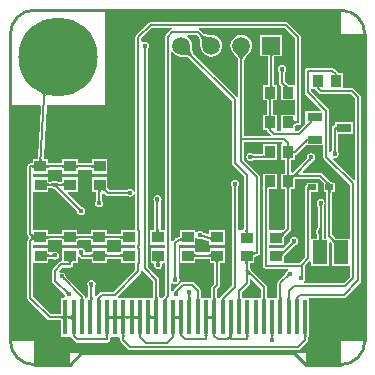
<source format=gtl>
G04*
G04 #@! TF.GenerationSoftware,Altium Limited,Altium Designer,18.1.9 (240)*
G04*
G04 Layer_Physical_Order=1*
G04 Layer_Color=255*
%FSLAX24Y24*%
%MOIN*%
G70*
G01*
G75*
%ADD11C,0.0100*%
%ADD16R,0.0386X0.0366*%
%ADD17R,0.0154X0.1181*%
%ADD18R,0.0366X0.0386*%
%ADD19R,0.0492X0.0276*%
%ADD20R,0.0492X0.0276*%
%ADD21R,0.0386X0.0366*%
%ADD22R,0.0366X0.0386*%
%ADD23R,0.0500X0.0787*%
%ADD24R,0.0252X0.0197*%
%ADD39C,0.0080*%
%ADD40C,0.2638*%
%ADD41C,0.0472*%
%ADD42C,0.0598*%
%ADD43R,0.0598X0.0598*%
%ADD44C,0.0150*%
G36*
X6400Y10982D02*
X6419Y10970D01*
X6441Y10960D01*
X6466Y10952D01*
X6495Y10944D01*
X6527Y10938D01*
X6563Y10934D01*
X6644Y10929D01*
X6690Y10929D01*
X6394Y10633D01*
X6393Y10679D01*
X6389Y10760D01*
X6384Y10796D01*
X6378Y10828D01*
X6371Y10857D01*
X6363Y10882D01*
X6352Y10904D01*
X6341Y10923D01*
X6328Y10938D01*
X6385Y10995D01*
X6400Y10982D01*
D02*
G37*
G36*
X1053Y10711D02*
X1013Y10666D01*
X997Y10644D01*
X983Y10623D01*
X972Y10603D01*
X963Y10583D01*
X957Y10565D01*
X953Y10547D01*
X952Y10530D01*
X872D01*
X871Y10547D01*
X867Y10565D01*
X861Y10583D01*
X852Y10603D01*
X840Y10623D01*
X827Y10644D01*
X810Y10666D01*
X770Y10711D01*
X746Y10736D01*
X1077D01*
X1053Y10711D01*
D02*
G37*
G36*
X4530Y10574D02*
X4528Y10570D01*
X4526Y10566D01*
X4525Y10562D01*
X4523Y10557D01*
X4522Y10551D01*
X4521Y10544D01*
X4520Y10530D01*
X4520Y10521D01*
X4440D01*
X4440Y10530D01*
X4439Y10544D01*
X4438Y10551D01*
X4437Y10557D01*
X4435Y10562D01*
X4434Y10566D01*
X4432Y10570D01*
X4430Y10574D01*
X4428Y10576D01*
X4532D01*
X4530Y10574D01*
D02*
G37*
G36*
X5992Y10581D02*
X5997Y10500D01*
X6001Y10464D01*
X6007Y10432D01*
X6015Y10403D01*
X6023Y10378D01*
X6033Y10356D01*
X6045Y10337D01*
X6058Y10322D01*
X6001Y10265D01*
X5986Y10278D01*
X5967Y10289D01*
X5945Y10300D01*
X5920Y10308D01*
X5891Y10315D01*
X5859Y10321D01*
X5823Y10326D01*
X5742Y10330D01*
X5696Y10331D01*
X5992Y10627D01*
X5992Y10581D01*
D02*
G37*
G36*
X8765Y10331D02*
X8759Y10329D01*
X8752Y10325D01*
X8747Y10319D01*
X8743Y10312D01*
X8739Y10303D01*
X8737Y10293D01*
X8734Y10281D01*
X8733Y10267D01*
X8733Y10252D01*
X8653D01*
X8652Y10267D01*
X8651Y10281D01*
X8649Y10293D01*
X8647Y10303D01*
X8643Y10312D01*
X8638Y10319D01*
X8633Y10325D01*
X8627Y10329D01*
X8620Y10331D01*
X8613Y10332D01*
X8773D01*
X8765Y10331D01*
D02*
G37*
G36*
X928Y10473D02*
X917Y10460D01*
X907Y10445D01*
X898Y10427D01*
X891Y10407D01*
X885Y10385D01*
X880Y10360D01*
X876Y10333D01*
X872Y10273D01*
X871Y10239D01*
X637Y10472D01*
X671Y10473D01*
X732Y10477D01*
X759Y10481D01*
X784Y10486D01*
X806Y10492D01*
X826Y10500D01*
X843Y10508D01*
X859Y10518D01*
X872Y10529D01*
X928Y10473D01*
D02*
G37*
G36*
X7870Y10384D02*
X7816Y10323D01*
X7794Y10295D01*
X7775Y10268D01*
X7760Y10242D01*
X7748Y10218D01*
X7740Y10195D01*
X7735Y10174D01*
X7733Y10154D01*
X7653D01*
X7651Y10174D01*
X7646Y10195D01*
X7638Y10218D01*
X7626Y10242D01*
X7611Y10268D01*
X7592Y10295D01*
X7570Y10323D01*
X7516Y10384D01*
X7483Y10416D01*
X7902D01*
X7870Y10384D01*
D02*
G37*
G36*
X2666Y10043D02*
X2626Y9997D01*
X2610Y9976D01*
X2596Y9955D01*
X2585Y9934D01*
X2576Y9915D01*
X2570Y9896D01*
X2566Y9879D01*
X2565Y9862D01*
X2485D01*
X2484Y9879D01*
X2480Y9896D01*
X2474Y9915D01*
X2465Y9934D01*
X2454Y9955D01*
X2440Y9976D01*
X2423Y9997D01*
X2383Y10043D01*
X2359Y10068D01*
X2690D01*
X2666Y10043D01*
D02*
G37*
G36*
X777D02*
X736Y9997D01*
X720Y9976D01*
X706Y9955D01*
X695Y9934D01*
X686Y9915D01*
X680Y9896D01*
X676Y9879D01*
X675Y9862D01*
X595D01*
X594Y9879D01*
X590Y9896D01*
X584Y9915D01*
X575Y9934D01*
X564Y9955D01*
X550Y9976D01*
X534Y9997D01*
X494Y10043D01*
X470Y10068D01*
X800D01*
X777Y10043D01*
D02*
G37*
G36*
X9110Y9794D02*
X9108Y9790D01*
X9106Y9786D01*
X9104Y9782D01*
X9103Y9777D01*
X9102Y9771D01*
X9101Y9764D01*
X9100Y9750D01*
X9100Y9742D01*
X9020D01*
X9020Y9750D01*
X9019Y9764D01*
X9018Y9771D01*
X9017Y9777D01*
X9015Y9782D01*
X9014Y9786D01*
X9012Y9790D01*
X9010Y9794D01*
X9007Y9796D01*
X9112D01*
X9110Y9794D01*
D02*
G37*
G36*
X2541Y9805D02*
X2530Y9792D01*
X2520Y9776D01*
X2511Y9759D01*
X2504Y9739D01*
X2498Y9717D01*
X2493Y9692D01*
X2489Y9665D01*
X2485Y9604D01*
X2484Y9570D01*
X2250Y9804D01*
X2284Y9805D01*
X2345Y9809D01*
X2372Y9813D01*
X2397Y9818D01*
X2419Y9824D01*
X2439Y9831D01*
X2456Y9840D01*
X2472Y9850D01*
X2485Y9861D01*
X2541Y9805D01*
D02*
G37*
G36*
X688Y9850D02*
X703Y9840D01*
X721Y9831D01*
X741Y9824D01*
X763Y9818D01*
X788Y9813D01*
X815Y9809D01*
X876Y9805D01*
X909Y9804D01*
X676Y9570D01*
X675Y9604D01*
X671Y9665D01*
X667Y9692D01*
X662Y9717D01*
X656Y9739D01*
X648Y9759D01*
X640Y9776D01*
X630Y9792D01*
X619Y9805D01*
X675Y9861D01*
X688Y9850D01*
D02*
G37*
G36*
X1122Y9458D02*
X1120Y9451D01*
X1120Y9443D01*
X1121Y9435D01*
X1123Y9427D01*
X1127Y9418D01*
X1132Y9409D01*
X1138Y9401D01*
X1145Y9392D01*
X1154Y9382D01*
X1098Y9326D01*
X1088Y9334D01*
X1079Y9342D01*
X1070Y9348D01*
X1062Y9353D01*
X1053Y9357D01*
X1045Y9359D01*
X1037Y9360D01*
X1029Y9360D01*
X1022Y9358D01*
X1015Y9355D01*
X1125Y9465D01*
X1122Y9458D01*
D02*
G37*
G36*
X9474Y10884D02*
Y9308D01*
X9325D01*
X9320Y9311D01*
X9312Y9311D01*
X9307Y9312D01*
X9302Y9313D01*
X9296Y9315D01*
X9290Y9318D01*
X9283Y9322D01*
X9275Y9327D01*
X9267Y9333D01*
X9258Y9341D01*
X9248Y9350D01*
X9241Y9353D01*
X9162Y9432D01*
Y9734D01*
X9165Y9741D01*
X9165Y9747D01*
X9166Y9758D01*
X9166Y9760D01*
X9166Y9762D01*
X9167Y9763D01*
X9167Y9763D01*
X9167Y9765D01*
X9167Y9767D01*
X9187Y9797D01*
X9198Y9850D01*
X9187Y9903D01*
X9157Y9947D01*
X9113Y9977D01*
X9060Y9988D01*
X9007Y9977D01*
X8963Y9947D01*
X8933Y9903D01*
X8922Y9850D01*
X8933Y9797D01*
X8953Y9767D01*
X8953Y9765D01*
X8953Y9763D01*
X8953Y9763D01*
X8954Y9762D01*
X8954Y9760D01*
X8954Y9758D01*
X8955Y9747D01*
X8955Y9741D01*
X8958Y9734D01*
Y9390D01*
X8966Y9351D01*
X8988Y9318D01*
X9009Y9297D01*
Y8802D01*
X9474D01*
Y8324D01*
X9009D01*
Y7818D01*
X8971Y7788D01*
X8926D01*
X8888Y7818D01*
Y8324D01*
X8751D01*
X8750Y8331D01*
X8750Y8344D01*
X8747Y8351D01*
Y8775D01*
X8750Y8782D01*
X8750Y8795D01*
X8751Y8802D01*
X8888D01*
Y9308D01*
X8799D01*
X8798Y9315D01*
X8798Y9329D01*
X8795Y9335D01*
Y9864D01*
Y10244D01*
X8798Y10250D01*
X8798Y10263D01*
X8799Y10271D01*
X9052D01*
Y10989D01*
X8334D01*
Y10271D01*
X8587D01*
X8588Y10263D01*
X8588Y10250D01*
X8591Y10244D01*
Y9864D01*
Y9335D01*
X8588Y9329D01*
X8588Y9315D01*
X8587Y9308D01*
X8402D01*
Y8802D01*
X8539D01*
X8540Y8795D01*
X8540Y8782D01*
X8543Y8775D01*
Y8351D01*
X8540Y8344D01*
X8540Y8331D01*
X8539Y8324D01*
X8402D01*
Y7818D01*
X8543D01*
X8546Y7811D01*
X8551Y7787D01*
X8573Y7754D01*
X8669Y7658D01*
X8648Y7608D01*
X7795D01*
Y7823D01*
Y10143D01*
X7798Y10148D01*
X7799Y10164D01*
X7802Y10176D01*
X7808Y10192D01*
X7817Y10211D01*
X7830Y10232D01*
X7846Y10256D01*
X7866Y10281D01*
X7918Y10339D01*
X7948Y10371D01*
X7951Y10376D01*
X8007Y10449D01*
X8043Y10536D01*
X8055Y10630D01*
X8043Y10724D01*
X8007Y10811D01*
X7949Y10886D01*
X7874Y10944D01*
X7787Y10980D01*
X7693Y10992D01*
X7599Y10980D01*
X7512Y10944D01*
X7437Y10886D01*
X7379Y10811D01*
X7343Y10724D01*
X7331Y10630D01*
X7343Y10536D01*
X7379Y10449D01*
X7435Y10376D01*
X7437Y10371D01*
X7468Y10339D01*
X7520Y10281D01*
X7540Y10256D01*
X7556Y10232D01*
X7569Y10211D01*
X7578Y10192D01*
X7584Y10176D01*
X7587Y10164D01*
X7588Y10148D01*
X7591Y10143D01*
Y8944D01*
X7586Y8941D01*
X7541Y8926D01*
X6109Y10358D01*
X6107Y10363D01*
X6098Y10375D01*
X6091Y10386D01*
X6084Y10402D01*
X6077Y10422D01*
X6071Y10446D01*
X6066Y10474D01*
X6062Y10506D01*
X6057Y10583D01*
X6057Y10627D01*
X6055Y10632D01*
X6043Y10724D01*
X6007Y10811D01*
X5949Y10886D01*
X5900Y10924D01*
X5917Y10974D01*
X6205D01*
X6277Y10902D01*
X6278Y10896D01*
X6288Y10885D01*
X6295Y10874D01*
X6302Y10858D01*
X6309Y10838D01*
X6315Y10814D01*
X6320Y10786D01*
X6324Y10754D01*
X6329Y10677D01*
X6329Y10633D01*
X6331Y10627D01*
X6343Y10536D01*
X6379Y10449D01*
X6437Y10374D01*
X6512Y10316D01*
X6599Y10280D01*
X6693Y10268D01*
X6787Y10280D01*
X6874Y10316D01*
X6949Y10374D01*
X7007Y10449D01*
X7043Y10536D01*
X7055Y10630D01*
X7043Y10724D01*
X7007Y10811D01*
X6949Y10886D01*
X6874Y10944D01*
X6787Y10980D01*
X6695Y10992D01*
X6690Y10994D01*
X6646Y10994D01*
X6569Y10999D01*
X6537Y11003D01*
X6509Y11008D01*
X6485Y11014D01*
X6465Y11021D01*
X6449Y11028D01*
X6438Y11035D01*
X6426Y11044D01*
X6421Y11046D01*
X6319Y11148D01*
X6286Y11170D01*
X6267Y11174D01*
X6271Y11224D01*
X9134D01*
X9474Y10884D01*
D02*
G37*
G36*
X9215Y9292D02*
X9226Y9283D01*
X9238Y9274D01*
X9249Y9266D01*
X9260Y9260D01*
X9272Y9255D01*
X9283Y9251D01*
X9294Y9248D01*
X9305Y9246D01*
X9316Y9246D01*
X9090D01*
X9100Y9246D01*
X9108Y9248D01*
X9114Y9251D01*
X9118Y9255D01*
X9119Y9260D01*
X9118Y9266D01*
X9114Y9274D01*
X9108Y9283D01*
X9100Y9292D01*
X9090Y9303D01*
X9203D01*
X9215Y9292D01*
D02*
G37*
G36*
X8733Y9311D02*
X8734Y9298D01*
X8737Y9285D01*
X8739Y9275D01*
X8743Y9266D01*
X8747Y9259D01*
X8752Y9253D01*
X8759Y9249D01*
X8765Y9246D01*
X8773Y9246D01*
X8613D01*
X8620Y9246D01*
X8627Y9249D01*
X8633Y9253D01*
X8638Y9259D01*
X8643Y9266D01*
X8647Y9275D01*
X8649Y9285D01*
X8651Y9298D01*
X8652Y9311D01*
X8653Y9327D01*
X8733D01*
X8733Y9311D01*
D02*
G37*
G36*
X1173Y8980D02*
X1166Y8954D01*
X1086D01*
X1086Y8965D01*
X1083Y9007D01*
X1082Y9010D01*
X1081Y9013D01*
X1080Y9014D01*
X1173Y8980D01*
D02*
G37*
G36*
X8717Y8864D02*
X8711Y8861D01*
X8705Y8857D01*
X8699Y8852D01*
X8695Y8844D01*
X8691Y8835D01*
X8689Y8825D01*
X8687Y8813D01*
X8685Y8799D01*
X8685Y8783D01*
X8605D01*
X8605Y8799D01*
X8603Y8813D01*
X8601Y8825D01*
X8599Y8835D01*
X8595Y8844D01*
X8591Y8852D01*
X8585Y8857D01*
X8579Y8861D01*
X8573Y8864D01*
X8565Y8865D01*
X8725D01*
X8717Y8864D01*
D02*
G37*
G36*
X8685Y8327D02*
X8687Y8313D01*
X8689Y8301D01*
X8691Y8291D01*
X8695Y8282D01*
X8699Y8274D01*
X8705Y8269D01*
X8711Y8265D01*
X8717Y8262D01*
X8725Y8261D01*
X8565D01*
X8573Y8262D01*
X8579Y8265D01*
X8585Y8269D01*
X8591Y8274D01*
X8595Y8282D01*
X8599Y8291D01*
X8601Y8301D01*
X8603Y8313D01*
X8605Y8327D01*
X8605Y8343D01*
X8685D01*
X8685Y8327D01*
D02*
G37*
G36*
X9435Y8143D02*
X9437Y8136D01*
X9441Y8130D01*
X9447Y8125D01*
X9454Y8121D01*
X9463Y8117D01*
X9473Y8114D01*
X9485Y8112D01*
X9499Y8111D01*
X9514Y8111D01*
Y8031D01*
X9499Y8030D01*
X9485Y8029D01*
X9473Y8027D01*
X9463Y8024D01*
X9454Y8021D01*
X9447Y8016D01*
X9441Y8011D01*
X9437Y8005D01*
X9435Y7998D01*
X9434Y7991D01*
Y8151D01*
X9435Y8143D01*
D02*
G37*
G36*
X8696Y7880D02*
X8694Y7878D01*
X8692Y7876D01*
X8690Y7872D01*
X8688Y7867D01*
X8687Y7861D01*
X8686Y7854D01*
X8685Y7836D01*
X8685Y7826D01*
X8605D01*
X8605Y7836D01*
X8603Y7861D01*
X8602Y7867D01*
X8600Y7872D01*
X8599Y7876D01*
X8597Y7878D01*
X8594Y7880D01*
X8592Y7880D01*
X8698D01*
X8696Y7880D01*
D02*
G37*
G36*
X10878Y7803D02*
X10878Y7809D01*
X10875Y7814D01*
X10872Y7819D01*
X10867Y7823D01*
X10860Y7826D01*
X10852Y7829D01*
X10843Y7831D01*
X10832Y7833D01*
X10820Y7834D01*
X10806Y7834D01*
Y7914D01*
X10820Y7914D01*
X10832Y7915D01*
X10843Y7917D01*
X10852Y7919D01*
X10860Y7922D01*
X10867Y7925D01*
X10872Y7929D01*
X10875Y7934D01*
X10878Y7939D01*
X10878Y7945D01*
Y7803D01*
D02*
G37*
G36*
X9894Y7380D02*
X9894Y7391D01*
X9892Y7399D01*
X9889Y7405D01*
X9885Y7408D01*
X9880Y7409D01*
X9873Y7408D01*
X9866Y7405D01*
X9857Y7399D01*
X9847Y7391D01*
X9836Y7380D01*
X9808Y7465D01*
X9824Y7482D01*
X9852Y7514D01*
X9863Y7529D01*
X9873Y7544D01*
X9880Y7558D01*
X9886Y7571D01*
X9891Y7583D01*
X9893Y7595D01*
X9894Y7607D01*
Y7380D01*
D02*
G37*
G36*
X9295Y7343D02*
X9297Y7329D01*
X9299Y7317D01*
X9301Y7306D01*
X9305Y7297D01*
X9309Y7290D01*
X9315Y7284D01*
X9321Y7280D01*
X9327Y7278D01*
X9335Y7277D01*
X9175D01*
X9183Y7278D01*
X9189Y7280D01*
X9195Y7284D01*
X9201Y7290D01*
X9205Y7297D01*
X9209Y7306D01*
X9211Y7317D01*
X9213Y7329D01*
X9215Y7343D01*
X9215Y7358D01*
X9295D01*
X9295Y7343D01*
D02*
G37*
G36*
X10846Y7116D02*
X10847Y7102D01*
X10848Y7095D01*
X10849Y7089D01*
X10850Y7084D01*
X10852Y7080D01*
X10854Y7076D01*
X10856Y7072D01*
X10858Y7070D01*
X10753D01*
X10756Y7072D01*
X10758Y7076D01*
X10760Y7080D01*
X10761Y7084D01*
X10763Y7089D01*
X10764Y7095D01*
X10765Y7102D01*
X10766Y7116D01*
X10766Y7124D01*
X10846D01*
X10846Y7116D01*
D02*
G37*
G36*
X9436Y7134D02*
X9438Y7132D01*
X9440Y7131D01*
X9444Y7130D01*
X9448Y7129D01*
X9454Y7128D01*
X9468Y7127D01*
X9486Y7127D01*
Y7047D01*
X9476Y7047D01*
X9448Y7044D01*
X9444Y7043D01*
X9440Y7042D01*
X9438Y7041D01*
X9436Y7039D01*
X9436Y7037D01*
Y7136D01*
X9436Y7134D01*
D02*
G37*
G36*
X10142Y9187D02*
X10164Y9154D01*
X10274Y9044D01*
X10307Y9022D01*
X10346Y9014D01*
X11342D01*
X11492Y8864D01*
Y6180D01*
X11442Y6159D01*
X10766Y6835D01*
X10790Y6881D01*
X10806Y6878D01*
X10859Y6889D01*
X10903Y6919D01*
X10933Y6963D01*
X10944Y7016D01*
X10933Y7069D01*
X10913Y7099D01*
X10913Y7101D01*
X10913Y7103D01*
X10913Y7103D01*
X10912Y7104D01*
X10912Y7106D01*
X10912Y7108D01*
X10911Y7119D01*
X10911Y7125D01*
X10908Y7132D01*
Y7676D01*
X11428D01*
Y8072D01*
X10816D01*
Y7979D01*
X10805Y7979D01*
X10791Y7973D01*
X10767Y7968D01*
X10734Y7946D01*
X10712Y7913D01*
X10704Y7874D01*
Y7132D01*
X10701Y7125D01*
X10701Y7122D01*
X10692Y7114D01*
X10665Y7099D01*
X10652Y7098D01*
X10633Y7114D01*
Y8459D01*
X10625Y8498D01*
X10603Y8531D01*
X10008Y9126D01*
Y9196D01*
X10140D01*
X10142Y9187D01*
D02*
G37*
G36*
X9327Y6895D02*
X9321Y6893D01*
X9315Y6889D01*
X9309Y6883D01*
X9305Y6876D01*
X9301Y6867D01*
X9299Y6856D01*
X9297Y6844D01*
X9295Y6830D01*
X9295Y6815D01*
X9215D01*
X9215Y6830D01*
X9213Y6844D01*
X9211Y6856D01*
X9209Y6867D01*
X9205Y6876D01*
X9201Y6883D01*
X9195Y6889D01*
X9189Y6893D01*
X9183Y6895D01*
X9175Y6896D01*
X9335D01*
X9327Y6895D01*
D02*
G37*
G36*
X10044Y6834D02*
X10043Y6833D01*
X10041Y6832D01*
X10038Y6830D01*
X10032Y6825D01*
X10007Y6801D01*
X9925Y6832D01*
X9931Y6838D01*
X9940Y6849D01*
X9944Y6854D01*
X9947Y6859D01*
X9949Y6864D01*
X9950Y6868D01*
X9950Y6872D01*
X9950Y6876D01*
X9949Y6880D01*
X10044Y6834D01*
D02*
G37*
G36*
X1054Y6849D02*
X1054Y6836D01*
X1056Y6823D01*
X1058Y6813D01*
X1061Y6804D01*
X1065Y6797D01*
X1070Y6791D01*
X1076Y6787D01*
X1082Y6784D01*
X1090Y6784D01*
X930D01*
X937Y6784D01*
X944Y6787D01*
X951Y6791D01*
X956Y6797D01*
X961Y6804D01*
X965Y6813D01*
X968Y6823D01*
X971Y6836D01*
X973Y6849D01*
X974Y6865D01*
X1054D01*
X1054Y6849D01*
D02*
G37*
G36*
X2176Y6675D02*
X2178Y6669D01*
X2182Y6663D01*
X2188Y6657D01*
X2195Y6653D01*
X2204Y6649D01*
X2215Y6647D01*
X2227Y6645D01*
X2241Y6643D01*
X2256Y6643D01*
Y6563D01*
X2241Y6563D01*
X2227Y6561D01*
X2215Y6559D01*
X2204Y6557D01*
X2195Y6553D01*
X2188Y6549D01*
X2182Y6543D01*
X2178Y6537D01*
X2176Y6531D01*
X2175Y6523D01*
Y6683D01*
X2176Y6675D01*
D02*
G37*
G36*
X1793Y6523D02*
X1792Y6531D01*
X1789Y6537D01*
X1785Y6543D01*
X1780Y6549D01*
X1773Y6553D01*
X1764Y6557D01*
X1753Y6559D01*
X1741Y6561D01*
X1728Y6563D01*
X1713Y6563D01*
Y6643D01*
X1728Y6643D01*
X1741Y6645D01*
X1753Y6647D01*
X1764Y6649D01*
X1773Y6653D01*
X1780Y6657D01*
X1785Y6663D01*
X1789Y6669D01*
X1792Y6675D01*
X1793Y6683D01*
Y6523D01*
D02*
G37*
G36*
X2777Y6523D02*
X2776Y6531D01*
X2774Y6537D01*
X2770Y6543D01*
X2764Y6549D01*
X2757Y6553D01*
X2748Y6557D01*
X2738Y6559D01*
X2726Y6561D01*
X2712Y6563D01*
X2697Y6563D01*
Y6643D01*
X2712Y6643D01*
X2726Y6645D01*
X2738Y6647D01*
X2748Y6649D01*
X2757Y6653D01*
X2764Y6657D01*
X2770Y6663D01*
X2774Y6669D01*
X2776Y6675D01*
X2777Y6683D01*
Y6523D01*
D02*
G37*
G36*
X1191Y6675D02*
X1194Y6669D01*
X1198Y6663D01*
X1204Y6657D01*
X1211Y6653D01*
X1220Y6649D01*
X1230Y6647D01*
X1243Y6645D01*
X1256Y6643D01*
X1272Y6643D01*
Y6563D01*
X1256Y6563D01*
X1243Y6561D01*
X1230Y6559D01*
X1220Y6557D01*
X1211Y6553D01*
X1204Y6549D01*
X1198Y6543D01*
X1194Y6537D01*
X1191Y6531D01*
X1191Y6523D01*
Y6683D01*
X1191Y6675D01*
D02*
G37*
G36*
X808Y6523D02*
X808Y6531D01*
X805Y6537D01*
X801Y6543D01*
X796Y6549D01*
X788Y6553D01*
X780Y6557D01*
X769Y6559D01*
X757Y6561D01*
X744Y6563D01*
X728Y6563D01*
Y6643D01*
X744Y6643D01*
X757Y6645D01*
X769Y6647D01*
X780Y6649D01*
X788Y6653D01*
X796Y6657D01*
X801Y6663D01*
X805Y6669D01*
X808Y6675D01*
X808Y6683D01*
Y6523D01*
D02*
G37*
G36*
X9292Y6359D02*
X9294Y6345D01*
X9296Y6333D01*
X9298Y6322D01*
X9302Y6313D01*
X9306Y6306D01*
X9312Y6300D01*
X9318Y6296D01*
X9324Y6294D01*
X9332Y6293D01*
X9172D01*
X9180Y6294D01*
X9186Y6296D01*
X9192Y6300D01*
X9198Y6306D01*
X9202Y6313D01*
X9206Y6322D01*
X9208Y6333D01*
X9210Y6345D01*
X9212Y6359D01*
X9212Y6374D01*
X9292D01*
X9292Y6359D01*
D02*
G37*
G36*
X9592Y6385D02*
X9585Y6375D01*
X9580Y6367D01*
X9579Y6360D01*
X9580Y6353D01*
X9583Y6348D01*
X9590Y6344D01*
X9599Y6341D01*
X9611Y6340D01*
X9625Y6339D01*
X9545Y6259D01*
X9530Y6259D01*
X9514Y6257D01*
X9499Y6254D01*
X9485Y6250D01*
X9471Y6245D01*
X9458Y6239D01*
X9445Y6231D01*
X9432Y6223D01*
X9420Y6213D01*
X9409Y6203D01*
X9421Y6327D01*
X9602Y6396D01*
X9592Y6385D01*
D02*
G37*
G36*
X10611Y6071D02*
X10643Y6044D01*
X10658Y6032D01*
X10673Y6023D01*
X10686Y6015D01*
X10700Y6009D01*
X10712Y6005D01*
X10724Y6002D01*
X10736Y6001D01*
X10509D01*
X10520Y6002D01*
X10528Y6004D01*
X10534Y6007D01*
X10537Y6011D01*
X10538Y6016D01*
X10537Y6022D01*
X10534Y6030D01*
X10528Y6038D01*
X10520Y6048D01*
X10509Y6059D01*
X10594Y6088D01*
X10611Y6071D01*
D02*
G37*
G36*
X1422Y5944D02*
X1420Y5946D01*
X1416Y5948D01*
X1412Y5950D01*
X1408Y5952D01*
X1402Y5953D01*
X1397Y5954D01*
X1390Y5955D01*
X1376Y5956D01*
X1367Y5956D01*
X1368Y6036D01*
X1376Y6036D01*
X1390Y6037D01*
X1397Y6038D01*
X1403Y6039D01*
X1408Y6041D01*
X1412Y6042D01*
X1416Y6044D01*
X1420Y6046D01*
X1423Y6049D01*
X1422Y5944D01*
D02*
G37*
G36*
X1795Y5916D02*
X1794Y5924D01*
X1791Y5931D01*
X1787Y5937D01*
X1782Y5942D01*
X1775Y5946D01*
X1766Y5950D01*
X1755Y5953D01*
X1743Y5955D01*
X1730Y5956D01*
X1715Y5956D01*
Y6036D01*
X1730Y6037D01*
X1743Y6038D01*
X1755Y6040D01*
X1766Y6043D01*
X1775Y6046D01*
X1782Y6051D01*
X1787Y6056D01*
X1791Y6062D01*
X1794Y6069D01*
X1795Y6076D01*
Y5916D01*
D02*
G37*
G36*
X1193Y6069D02*
X1196Y6062D01*
X1200Y6056D01*
X1206Y6051D01*
X1213Y6046D01*
X1222Y6043D01*
X1232Y6040D01*
X1245Y6038D01*
X1258Y6036D01*
X1274Y6036D01*
Y5956D01*
X1258Y5956D01*
X1245Y5954D01*
X1232Y5953D01*
X1222Y5950D01*
X1213Y5946D01*
X1206Y5942D01*
X1200Y5936D01*
X1196Y5931D01*
X1193Y5924D01*
X1193Y5916D01*
Y6076D01*
X1193Y6069D01*
D02*
G37*
G36*
X7530Y5964D02*
X7528Y5960D01*
X7526Y5956D01*
X7524Y5952D01*
X7523Y5947D01*
X7522Y5941D01*
X7521Y5934D01*
X7520Y5920D01*
X7520Y5912D01*
X7440D01*
X7440Y5920D01*
X7439Y5934D01*
X7438Y5941D01*
X7437Y5947D01*
X7436Y5952D01*
X7434Y5956D01*
X7432Y5960D01*
X7430Y5964D01*
X7427Y5966D01*
X7533D01*
X7530Y5964D01*
D02*
G37*
G36*
X1532Y6046D02*
X1536Y6044D01*
X1540Y6042D01*
X1544Y6041D01*
X1549Y6039D01*
X1555Y6038D01*
X1561Y6037D01*
X1576Y6036D01*
X1584Y6036D01*
X1585Y5956D01*
X1576Y5956D01*
X1573Y5956D01*
X1575Y5953D01*
X1581Y5948D01*
X1524Y5891D01*
X1518Y5897D01*
X1507Y5906D01*
X1502Y5910D01*
X1497Y5914D01*
X1493Y5916D01*
X1488Y5918D01*
X1484Y5920D01*
X1480Y5921D01*
X1477Y5921D01*
X1530Y5974D01*
X1529Y6049D01*
X1532Y6046D01*
D02*
G37*
G36*
X9324Y5911D02*
X9318Y5909D01*
X9312Y5905D01*
X9306Y5899D01*
X9302Y5892D01*
X9298Y5883D01*
X9296Y5872D01*
X9294Y5860D01*
X9292Y5846D01*
X9292Y5831D01*
X9212D01*
X9212Y5846D01*
X9210Y5860D01*
X9208Y5872D01*
X9206Y5883D01*
X9202Y5892D01*
X9198Y5899D01*
X9192Y5905D01*
X9186Y5909D01*
X9180Y5911D01*
X9172Y5912D01*
X9332D01*
X9324Y5911D01*
D02*
G37*
G36*
X8588Y5911D02*
X8582Y5909D01*
X8576Y5904D01*
X8570Y5899D01*
X8566Y5891D01*
X8562Y5883D01*
X8560Y5872D01*
X8558Y5860D01*
X8556Y5846D01*
X8556Y5831D01*
X8476D01*
X8476Y5846D01*
X8473Y5891D01*
X8471Y5898D01*
X8470Y5904D01*
X8468Y5908D01*
X8466Y5910D01*
X8463Y5911D01*
X8596Y5912D01*
X8588Y5911D01*
D02*
G37*
G36*
X3156Y5912D02*
X3154Y5905D01*
X3154Y5897D01*
X3156Y5887D01*
X3160Y5877D01*
X3167Y5865D01*
X3177Y5851D01*
X3188Y5837D01*
X3219Y5804D01*
X3153Y5758D01*
X3136Y5773D01*
X3107Y5798D01*
X3095Y5807D01*
X3083Y5814D01*
X3072Y5818D01*
X3062Y5821D01*
X3054Y5821D01*
X3046Y5819D01*
X3039Y5815D01*
X3040D01*
X3032Y5815D01*
X3026Y5812D01*
X3020Y5808D01*
X3014Y5802D01*
X3010Y5795D01*
X3006Y5786D01*
X3004Y5776D01*
X3002Y5763D01*
X3000Y5750D01*
X3000Y5734D01*
X2920D01*
X2920Y5750D01*
X2918Y5763D01*
X2916Y5776D01*
X2914Y5786D01*
X2910Y5795D01*
X2906Y5802D01*
X2900Y5808D01*
X2894Y5812D01*
X2888Y5815D01*
X2880Y5815D01*
X3039D01*
X3161Y5918D01*
X3156Y5912D01*
D02*
G37*
G36*
X10702Y5809D02*
X10696Y5806D01*
X10690Y5802D01*
X10684Y5797D01*
X10680Y5789D01*
X10676Y5780D01*
X10674Y5770D01*
X10671Y5758D01*
X10670Y5744D01*
X10670Y5728D01*
X10590D01*
X10589Y5744D01*
X10588Y5758D01*
X10586Y5770D01*
X10583Y5780D01*
X10580Y5789D01*
X10575Y5797D01*
X10570Y5802D01*
X10564Y5806D01*
X10558Y5809D01*
X10550Y5810D01*
X10710D01*
X10702Y5809D01*
D02*
G37*
G36*
X3942Y5665D02*
X3940Y5666D01*
X3938Y5667D01*
X3934Y5668D01*
X3930Y5668D01*
X3919Y5669D01*
X3898Y5670D01*
X3890Y5670D01*
X3863Y5750D01*
X3871Y5750D01*
X3885Y5751D01*
X3891Y5753D01*
X3897Y5754D01*
X3902Y5756D01*
X3906Y5758D01*
X3909Y5760D01*
X3912Y5763D01*
X3914Y5766D01*
X3942Y5665D01*
D02*
G37*
G36*
X3000Y5480D02*
X3001Y5466D01*
X3002Y5459D01*
X3003Y5453D01*
X3004Y5448D01*
X3006Y5444D01*
X3008Y5440D01*
X3010Y5436D01*
X3013Y5434D01*
X2907D01*
X2910Y5436D01*
X2912Y5440D01*
X2914Y5444D01*
X2916Y5448D01*
X2917Y5453D01*
X2918Y5459D01*
X2919Y5466D01*
X2920Y5480D01*
X2920Y5488D01*
X3000D01*
X3000Y5480D01*
D02*
G37*
G36*
X4950Y5454D02*
X4948Y5450D01*
X4946Y5446D01*
X4945Y5442D01*
X4943Y5437D01*
X4942Y5431D01*
X4941Y5424D01*
X4940Y5410D01*
X4940Y5402D01*
X4860D01*
X4860Y5410D01*
X4859Y5424D01*
X4858Y5431D01*
X4857Y5437D01*
X4855Y5442D01*
X4854Y5446D01*
X4852Y5450D01*
X4850Y5454D01*
X4848Y5456D01*
X4952D01*
X4950Y5454D01*
D02*
G37*
G36*
X10390Y5324D02*
X10388Y5320D01*
X10386Y5316D01*
X10385Y5312D01*
X10383Y5307D01*
X10382Y5301D01*
X10381Y5294D01*
X10380Y5280D01*
X10380Y5272D01*
X10300D01*
X10300Y5280D01*
X10299Y5294D01*
X10298Y5301D01*
X10297Y5307D01*
X10295Y5312D01*
X10294Y5316D01*
X10292Y5320D01*
X10290Y5324D01*
X10287Y5326D01*
X10393D01*
X10390Y5324D01*
D02*
G37*
G36*
X2313Y5215D02*
X2325Y5206D01*
X2330Y5202D01*
X2335Y5198D01*
X2339Y5196D01*
X2344Y5194D01*
X2348Y5192D01*
X2352Y5191D01*
X2355Y5191D01*
X2281Y5117D01*
X2281Y5120D01*
X2280Y5124D01*
X2278Y5128D01*
X2276Y5133D01*
X2274Y5137D01*
X2270Y5142D01*
X2266Y5147D01*
X2257Y5158D01*
X2251Y5164D01*
X2308Y5221D01*
X2313Y5215D01*
D02*
G37*
G36*
X5376Y11174D02*
X5357Y11170D01*
X5324Y11148D01*
X5174Y10998D01*
X5152Y10965D01*
X5144Y10926D01*
Y6986D01*
X5152Y6947D01*
X5154Y6944D01*
Y4484D01*
X5006D01*
X5005Y4491D01*
X5005Y4504D01*
X5002Y4511D01*
Y5394D01*
X5005Y5401D01*
X5005Y5407D01*
X5006Y5418D01*
X5006Y5420D01*
X5006Y5422D01*
X5007Y5423D01*
X5007Y5423D01*
X5007Y5425D01*
X5007Y5427D01*
X5027Y5457D01*
X5038Y5510D01*
X5027Y5563D01*
X4997Y5607D01*
X4953Y5637D01*
X4900Y5648D01*
X4847Y5637D01*
X4803Y5607D01*
X4773Y5563D01*
X4762Y5510D01*
X4773Y5457D01*
X4793Y5427D01*
X4793Y5425D01*
X4793Y5423D01*
X4793Y5423D01*
X4794Y5422D01*
X4794Y5420D01*
X4794Y5418D01*
X4795Y5407D01*
X4795Y5401D01*
X4798Y5394D01*
Y4511D01*
X4795Y4504D01*
X4795Y4491D01*
X4794Y4484D01*
X4667D01*
Y3998D01*
X5154D01*
Y3877D01*
X4669D01*
Y3391D01*
X4747D01*
X4787Y3341D01*
X4784Y3326D01*
X4795Y3273D01*
X4824Y3229D01*
X4869Y3199D01*
X4922Y3188D01*
X4974Y3199D01*
X5019Y3229D01*
X5049Y3273D01*
X5059Y3326D01*
X5056Y3341D01*
X5096Y3391D01*
X5154D01*
Y2321D01*
X5070Y2237D01*
X5062Y2225D01*
X5005D01*
X4968Y2257D01*
Y2816D01*
X4960Y2855D01*
X4938Y2888D01*
X4582Y3244D01*
Y10514D01*
X4585Y10520D01*
X4585Y10527D01*
X4586Y10538D01*
X4586Y10540D01*
X4586Y10542D01*
X4587Y10543D01*
X4587Y10543D01*
X4587Y10545D01*
X4587Y10547D01*
X4607Y10577D01*
X4618Y10630D01*
X4607Y10683D01*
X4577Y10727D01*
X4533Y10757D01*
X4480Y10768D01*
X4427Y10757D01*
X4417Y10750D01*
X4367Y10777D01*
Y10873D01*
X4718Y11224D01*
X5371D01*
X5376Y11174D01*
D02*
G37*
G36*
X9066Y7389D02*
X9041Y7339D01*
X9012D01*
Y6834D01*
X9149D01*
X9150Y6827D01*
X9150Y6813D01*
X9153Y6807D01*
Y6601D01*
X9150Y6586D01*
Y6382D01*
X9147Y6376D01*
X9147Y6362D01*
X9146Y6355D01*
X9009D01*
Y5850D01*
X9146D01*
X9147Y5842D01*
X9147Y5829D01*
X9150Y5822D01*
Y4554D01*
X9074Y4478D01*
X9059D01*
X9050Y4482D01*
X9048Y4481D01*
X9046Y4482D01*
X9039Y4478D01*
X8618D01*
Y4757D01*
Y5822D01*
X8621Y5829D01*
X8621Y5842D01*
X8622Y5850D01*
X8888D01*
Y6355D01*
X8402D01*
Y5932D01*
X8402Y5931D01*
X8402Y5925D01*
Y5919D01*
X8398Y5910D01*
X8402Y5901D01*
Y5850D01*
X8411D01*
X8411Y5843D01*
X8411Y5830D01*
X8414Y5823D01*
Y4757D01*
Y3296D01*
X8422Y3257D01*
X8444Y3224D01*
X8477Y3202D01*
X8516Y3194D01*
X9249D01*
X9254Y3144D01*
X9250Y3143D01*
X9205Y3113D01*
X9175Y3069D01*
X9168Y3033D01*
X9166Y3031D01*
X9165Y3030D01*
X9165Y3030D01*
X9165Y3029D01*
X9164Y3028D01*
X9162Y3026D01*
X9155Y3017D01*
X9151Y3013D01*
X9148Y3006D01*
X8928Y2786D01*
X8906Y2753D01*
X8898Y2714D01*
Y2257D01*
X8861Y2225D01*
X8588D01*
X8551Y2257D01*
Y2576D01*
X8543Y2615D01*
X8521Y2648D01*
X8021Y3148D01*
X8019Y3154D01*
X8010Y3164D01*
X8003Y3172D01*
X7998Y3180D01*
X7993Y3189D01*
X7989Y3197D01*
X7986Y3206D01*
X7983Y3215D01*
X7981Y3225D01*
X7980Y3235D01*
X7980Y3249D01*
X7979Y3251D01*
X7980Y3253D01*
X7977Y3258D01*
Y3355D01*
X7980Y3362D01*
X7980Y3375D01*
X7981Y3382D01*
X8128D01*
Y3586D01*
X8129Y3587D01*
X8134Y3590D01*
X8141Y3593D01*
X8150Y3597D01*
X8163Y3601D01*
X8169Y3606D01*
X8245Y3628D01*
X8250Y3631D01*
X8255Y3632D01*
X8267Y3640D01*
X8280Y3647D01*
X8284Y3651D01*
X8288Y3654D01*
X8296Y3666D01*
X8306Y3677D01*
X8307Y3682D01*
X8310Y3687D01*
X8313Y3701D01*
X8317Y3715D01*
X8317Y3721D01*
X8318Y3726D01*
Y6247D01*
X8310Y6286D01*
X8288Y6319D01*
X7795Y6812D01*
Y7005D01*
Y7404D01*
X9056D01*
X9066Y7389D01*
D02*
G37*
G36*
X5437Y10374D02*
X5512Y10316D01*
X5599Y10280D01*
X5690Y10268D01*
X5696Y10266D01*
X5740Y10266D01*
X5817Y10261D01*
X5849Y10257D01*
X5877Y10252D01*
X5901Y10246D01*
X5921Y10239D01*
X5937Y10232D01*
X5948Y10225D01*
X5959Y10215D01*
X5965Y10214D01*
X7378Y8800D01*
Y6728D01*
X7386Y6689D01*
X7408Y6656D01*
X7773Y6291D01*
Y4523D01*
X7734Y4475D01*
X7622D01*
X7582Y4499D01*
Y5904D01*
X7585Y5911D01*
X7585Y5917D01*
X7586Y5928D01*
X7586Y5930D01*
X7586Y5932D01*
X7587Y5933D01*
X7587Y5933D01*
X7587Y5935D01*
X7587Y5937D01*
X7607Y5967D01*
X7618Y6020D01*
X7607Y6073D01*
X7577Y6117D01*
X7533Y6147D01*
X7480Y6158D01*
X7427Y6147D01*
X7383Y6117D01*
X7353Y6073D01*
X7342Y6020D01*
X7353Y5967D01*
X7373Y5937D01*
X7373Y5935D01*
X7373Y5933D01*
X7373Y5933D01*
X7374Y5932D01*
X7374Y5930D01*
X7374Y5928D01*
X7375Y5917D01*
X7375Y5911D01*
X7378Y5904D01*
Y2632D01*
X6999Y2253D01*
X6983Y2230D01*
X6934Y2225D01*
X6897Y2258D01*
Y2514D01*
X6961Y2577D01*
X6983Y2610D01*
X6990Y2649D01*
Y3364D01*
X6993Y3370D01*
X6994Y3384D01*
X6994Y3391D01*
X7141D01*
Y3877D01*
X6636D01*
Y3740D01*
X6628Y3739D01*
X6615Y3739D01*
X6608Y3736D01*
X6185D01*
X6178Y3739D01*
X6165Y3739D01*
X6158Y3740D01*
Y3877D01*
X5652D01*
Y3391D01*
X6158D01*
Y3528D01*
X6165Y3529D01*
X6178Y3529D01*
X6185Y3532D01*
X6608D01*
X6615Y3529D01*
X6628Y3529D01*
X6636Y3528D01*
Y3391D01*
X6783D01*
X6783Y3384D01*
X6784Y3370D01*
X6787Y3364D01*
Y2691D01*
X6723Y2628D01*
X6701Y2595D01*
X6693Y2556D01*
Y2257D01*
X6656Y2225D01*
X6383D01*
X6352Y2263D01*
Y2462D01*
X6344Y2501D01*
X6322Y2534D01*
X6138Y2718D01*
X6105Y2740D01*
X6066Y2748D01*
X5736D01*
X5697Y2740D01*
X5664Y2718D01*
X5487Y2541D01*
X5479Y2536D01*
X5464Y2519D01*
X5440Y2494D01*
X5419Y2462D01*
X5414Y2460D01*
X5408Y2450D01*
X5358Y2465D01*
Y2700D01*
X5384Y2713D01*
X5408Y2719D01*
X5447Y2693D01*
X5500Y2682D01*
X5553Y2693D01*
X5597Y2723D01*
X5627Y2767D01*
X5638Y2820D01*
X5627Y2873D01*
X5607Y2903D01*
X5607Y2905D01*
X5607Y2907D01*
X5607Y2907D01*
X5606Y2908D01*
X5606Y2910D01*
X5606Y2912D01*
X5605Y2923D01*
X5605Y2929D01*
X5602Y2936D01*
Y3993D01*
X5650Y3998D01*
X5650Y3998D01*
X6156D01*
Y4217D01*
X6206Y4232D01*
X6208Y4229D01*
X6253Y4199D01*
X6305Y4188D01*
X6352Y4198D01*
X6353Y4197D01*
X6354Y4197D01*
X6355Y4197D01*
X6355Y4197D01*
X6357Y4197D01*
X6360Y4197D01*
X6370Y4194D01*
X6376Y4192D01*
X6384Y4193D01*
X6591Y4123D01*
X6597Y4119D01*
X6609Y4114D01*
X6618Y4110D01*
X6625Y4107D01*
X6630Y4104D01*
X6632Y4102D01*
X6633Y4101D01*
X6634Y4100D01*
Y3998D01*
X7139D01*
Y4484D01*
X6634D01*
Y4377D01*
X6584Y4341D01*
X6448Y4386D01*
X6442Y4391D01*
X6436Y4393D01*
X6426Y4397D01*
X6424Y4398D01*
X6423Y4399D01*
X6422Y4400D01*
X6422Y4400D01*
X6420Y4401D01*
X6417Y4402D01*
X6403Y4423D01*
X6358Y4453D01*
X6305Y4464D01*
X6253Y4453D01*
X6208Y4423D01*
X6206Y4420D01*
X6156Y4435D01*
Y4484D01*
X5650D01*
Y4273D01*
X5649Y4271D01*
X5648Y4270D01*
X5646Y4268D01*
X5642Y4265D01*
X5635Y4261D01*
X5626Y4258D01*
X5613Y4253D01*
X5608Y4248D01*
X5533Y4223D01*
X5530Y4221D01*
X5527Y4220D01*
X5513Y4211D01*
X5499Y4203D01*
X5497Y4200D01*
X5494Y4198D01*
X5428Y4132D01*
X5408Y4102D01*
X5404Y4102D01*
X5358Y4130D01*
Y6976D01*
X5350Y7015D01*
X5348Y7018D01*
Y10407D01*
X5398Y10424D01*
X5437Y10374D01*
D02*
G37*
G36*
X4940Y4487D02*
X4942Y4473D01*
X4944Y4461D01*
X4946Y4451D01*
X4950Y4442D01*
X4954Y4434D01*
X4960Y4429D01*
X4966Y4425D01*
X4972Y4422D01*
X4980Y4421D01*
X4820D01*
X4828Y4422D01*
X4834Y4425D01*
X4840Y4429D01*
X4846Y4434D01*
X4850Y4442D01*
X4854Y4451D01*
X4856Y4461D01*
X4858Y4473D01*
X4860Y4487D01*
X4860Y4503D01*
X4940D01*
X4940Y4487D01*
D02*
G37*
G36*
X7915Y4479D02*
X7916Y4465D01*
X7918Y4453D01*
X7921Y4443D01*
X7925Y4434D01*
X7929Y4427D01*
X7934Y4421D01*
X7940Y4417D01*
X7947Y4415D01*
X7955Y4414D01*
X7795D01*
X7802Y4415D01*
X7809Y4417D01*
X7815Y4421D01*
X7820Y4427D01*
X7825Y4434D01*
X7828Y4443D01*
X7831Y4453D01*
X7833Y4465D01*
X7834Y4479D01*
X7835Y4494D01*
X7915D01*
X7915Y4479D01*
D02*
G37*
G36*
X9107Y4310D02*
X9096Y4299D01*
X9086Y4287D01*
X9077Y4276D01*
X9070Y4264D01*
X9063Y4253D01*
X9058Y4242D01*
X9054Y4230D01*
X9051Y4219D01*
X9049Y4208D01*
X9049Y4197D01*
X9050Y4417D01*
X9051Y4408D01*
X9052Y4401D01*
X9055Y4396D01*
X9059Y4394D01*
X9064Y4393D01*
X9070Y4395D01*
X9078Y4399D01*
X9086Y4405D01*
X9096Y4413D01*
X9107Y4423D01*
Y4310D01*
D02*
G37*
G36*
X10380Y4527D02*
X10380Y4519D01*
X10382Y4492D01*
X10383Y4487D01*
X10384Y4482D01*
X10385Y4478D01*
X10386Y4475D01*
X10388Y4473D01*
X10346Y4430D01*
X10388Y4387D01*
X10386Y4385D01*
X10385Y4382D01*
X10384Y4378D01*
X10383Y4373D01*
X10382Y4368D01*
X10380Y4341D01*
X10380Y4333D01*
X10366Y4330D01*
X10366Y4330D01*
X10366Y4322D01*
X10330D01*
X10300Y4315D01*
X10300Y4322D01*
X10286D01*
X10286Y4330D01*
X10285Y4344D01*
X10284Y4351D01*
X10283Y4357D01*
X10281Y4362D01*
X10280Y4366D01*
X10278Y4370D01*
X10276Y4374D01*
X10273Y4376D01*
X10293D01*
X10346Y4430D01*
X10284Y4492D01*
X10287Y4495D01*
X10290Y4498D01*
X10292Y4502D01*
X10294Y4506D01*
X10296Y4511D01*
X10298Y4516D01*
X10299Y4523D01*
X10299Y4530D01*
X10300Y4545D01*
X10380Y4527D01*
D02*
G37*
G36*
X6695Y4112D02*
X6694Y4121D01*
X6692Y4128D01*
X6688Y4136D01*
X6683Y4143D01*
X6676Y4150D01*
X6667Y4157D01*
X6658Y4163D01*
X6646Y4169D01*
X6633Y4174D01*
X6619Y4180D01*
Y4264D01*
X6633Y4260D01*
X6646Y4257D01*
X6658Y4255D01*
X6667Y4255D01*
X6676Y4256D01*
X6683Y4258D01*
X6688Y4262D01*
X6692Y4267D01*
X6694Y4273D01*
X6695Y4281D01*
Y4112D01*
D02*
G37*
G36*
X6375Y4356D02*
X6377Y4353D01*
X6380Y4350D01*
X6384Y4347D01*
X6389Y4344D01*
X6394Y4341D01*
X6400Y4338D01*
X6413Y4332D01*
X6421Y4330D01*
X6396Y4254D01*
X6388Y4256D01*
X6374Y4260D01*
X6367Y4261D01*
X6362Y4262D01*
X6356Y4262D01*
X6351Y4262D01*
X6347Y4262D01*
X6343Y4261D01*
X6340Y4259D01*
X6373Y4359D01*
X6375Y4356D01*
D02*
G37*
G36*
X10429Y6926D02*
X10437Y6887D01*
X10459Y6854D01*
X11312Y6001D01*
Y4194D01*
X10898D01*
X10895Y4196D01*
X10890Y4194D01*
X10885Y4196D01*
X10879Y4194D01*
X10867D01*
X10859Y4199D01*
X10833Y4221D01*
X10818Y4236D01*
X10817Y4236D01*
X10817Y4237D01*
X10810Y4239D01*
X10732Y4318D01*
Y5720D01*
X10735Y5727D01*
X10735Y5740D01*
X10736Y5747D01*
X10816D01*
Y6064D01*
X10745D01*
X10741Y6066D01*
X10734Y6067D01*
X10730Y6068D01*
X10724Y6070D01*
X10716Y6073D01*
X10706Y6079D01*
X10695Y6086D01*
X10684Y6094D01*
X10655Y6119D01*
X10639Y6134D01*
X10632Y6137D01*
X10398Y6371D01*
X10365Y6393D01*
X10326Y6401D01*
X9760D01*
X9741Y6447D01*
X10045Y6751D01*
X10052Y6754D01*
X10076Y6777D01*
X10079Y6780D01*
X10080Y6781D01*
X10080Y6781D01*
X10081Y6781D01*
X10081Y6783D01*
X10083Y6785D01*
X10117Y6808D01*
X10147Y6853D01*
X10158Y6905D01*
X10147Y6958D01*
X10117Y7003D01*
X10073Y7032D01*
X10020Y7043D01*
X9967Y7032D01*
X9923Y7003D01*
X9893Y6958D01*
X9882Y6905D01*
X9886Y6886D01*
X9883Y6882D01*
X9879Y6877D01*
X9876Y6870D01*
X9404Y6399D01*
X9354Y6419D01*
Y6574D01*
X9357Y6589D01*
Y6807D01*
X9360Y6813D01*
X9360Y6827D01*
X9361Y6834D01*
X9498D01*
Y6987D01*
X9500Y6988D01*
X9525Y6992D01*
X9558Y7015D01*
X9846Y7302D01*
X10429D01*
Y6926D01*
D02*
G37*
G36*
X10444Y6037D02*
Y5747D01*
X10524D01*
X10525Y5740D01*
X10525Y5727D01*
X10528Y5720D01*
Y4276D01*
X10534Y4244D01*
X10525Y4223D01*
X10504Y4194D01*
X10446D01*
X10445Y4201D01*
X10445Y4214D01*
X10442Y4221D01*
Y4325D01*
X10445Y4332D01*
X10445Y4339D01*
X10446Y4361D01*
X10447Y4361D01*
X10447Y4361D01*
X10447Y4363D01*
X10447Y4363D01*
X10447Y4364D01*
X10447Y4365D01*
X10447Y4368D01*
X10453Y4377D01*
X10464Y4430D01*
X10453Y4483D01*
X10447Y4492D01*
X10447Y4495D01*
X10447Y4496D01*
X10447Y4497D01*
X10447Y4497D01*
X10447Y4499D01*
X10447Y4499D01*
X10446Y4499D01*
X10445Y4521D01*
X10445Y4528D01*
X10442Y4535D01*
Y5264D01*
X10445Y5271D01*
X10445Y5277D01*
X10446Y5288D01*
X10446Y5290D01*
X10446Y5292D01*
X10447Y5293D01*
X10447Y5293D01*
X10447Y5295D01*
X10447Y5297D01*
X10467Y5327D01*
X10478Y5380D01*
X10467Y5433D01*
X10437Y5477D01*
X10393Y5507D01*
X10340Y5518D01*
X10287Y5507D01*
X10243Y5477D01*
X10213Y5433D01*
X10202Y5380D01*
X10213Y5327D01*
X10233Y5297D01*
X10233Y5295D01*
X10233Y5293D01*
X10233Y5293D01*
X10234Y5292D01*
X10234Y5290D01*
X10234Y5288D01*
X10235Y5277D01*
X10235Y5271D01*
X10238Y5264D01*
Y4562D01*
X10237Y4560D01*
X10238Y4554D01*
X10235Y4548D01*
X10235Y4535D01*
X10234Y4532D01*
X10234Y4531D01*
X10229Y4527D01*
X10199Y4483D01*
X10188Y4430D01*
X10199Y4377D01*
X10219Y4347D01*
X10219Y4345D01*
X10219Y4343D01*
X10219Y4343D01*
X10220Y4342D01*
X10220Y4340D01*
X10220Y4338D01*
X10221Y4327D01*
X10221Y4321D01*
X10224Y4314D01*
Y4221D01*
X10221Y4214D01*
X10221Y4201D01*
X10220Y4194D01*
X10028D01*
Y5747D01*
X10241D01*
Y6064D01*
X9869D01*
Y5988D01*
X9854Y5978D01*
X9832Y5945D01*
X9824Y5906D01*
Y3588D01*
X9634Y3398D01*
X9111D01*
Y3563D01*
X9114Y3568D01*
X9114Y3576D01*
X9115Y3581D01*
X9116Y3586D01*
X9118Y3592D01*
X9121Y3598D01*
X9125Y3605D01*
X9130Y3613D01*
X9136Y3621D01*
X9144Y3630D01*
X9154Y3640D01*
X9156Y3647D01*
X9463Y3954D01*
X9470Y3956D01*
X9481Y3966D01*
X9484Y3969D01*
X9490Y3974D01*
X9491Y3975D01*
X9491Y3975D01*
X9492Y3975D01*
X9493Y3976D01*
X9493Y3976D01*
X9495Y3978D01*
X9496Y3979D01*
X9513Y3983D01*
X9557Y4013D01*
X9587Y4057D01*
X9598Y4110D01*
X9587Y4163D01*
X9557Y4207D01*
X9513Y4237D01*
X9460Y4248D01*
X9407Y4237D01*
X9363Y4207D01*
X9333Y4163D01*
X9322Y4110D01*
X9323Y4107D01*
X9322Y4107D01*
X9316Y4099D01*
X9312Y4095D01*
X9310Y4090D01*
X9306Y4087D01*
X9305Y4084D01*
X9092Y3871D01*
X8618D01*
Y3992D01*
X9111D01*
Y4188D01*
X9114Y4193D01*
X9114Y4201D01*
X9115Y4206D01*
X9116Y4211D01*
X9118Y4217D01*
X9121Y4223D01*
X9125Y4231D01*
X9130Y4238D01*
X9136Y4246D01*
X9144Y4255D01*
X9154Y4265D01*
X9156Y4272D01*
X9324Y4440D01*
X9346Y4473D01*
X9354Y4512D01*
Y5822D01*
X9357Y5829D01*
X9357Y5842D01*
X9358Y5850D01*
X9495D01*
Y6185D01*
X9496Y6185D01*
X9505Y6188D01*
X9514Y6191D01*
X9524Y6193D01*
X9534Y6194D01*
X9548Y6194D01*
X9554Y6197D01*
X10284D01*
X10444Y6037D01*
D02*
G37*
G36*
X3745Y4161D02*
X3744Y4168D01*
X3741Y4175D01*
X3737Y4181D01*
X3732Y4186D01*
X3725Y4191D01*
X3716Y4194D01*
X3705Y4197D01*
X3693Y4199D01*
X3680Y4200D01*
X3665Y4201D01*
Y4281D01*
X3680Y4281D01*
X3693Y4282D01*
X3705Y4284D01*
X3716Y4287D01*
X3725Y4291D01*
X3732Y4295D01*
X3737Y4300D01*
X3741Y4306D01*
X3744Y4313D01*
X3745Y4321D01*
Y4161D01*
D02*
G37*
G36*
X2761D02*
X2760Y4168D01*
X2758Y4175D01*
X2754Y4181D01*
X2748Y4186D01*
X2741Y4191D01*
X2732Y4194D01*
X2722Y4197D01*
X2710Y4199D01*
X2696Y4200D01*
X2681Y4201D01*
Y4281D01*
X2696Y4281D01*
X2710Y4282D01*
X2722Y4284D01*
X2732Y4287D01*
X2741Y4291D01*
X2748Y4295D01*
X2754Y4300D01*
X2758Y4306D01*
X2760Y4313D01*
X2761Y4321D01*
Y4161D01*
D02*
G37*
G36*
X2174Y4313D02*
X2176Y4306D01*
X2180Y4300D01*
X2186Y4295D01*
X2193Y4291D01*
X2202Y4287D01*
X2213Y4284D01*
X2225Y4282D01*
X2239Y4281D01*
X2254Y4281D01*
Y4201D01*
X2239Y4200D01*
X2225Y4199D01*
X2213Y4197D01*
X2202Y4194D01*
X2193Y4191D01*
X2186Y4186D01*
X2180Y4181D01*
X2176Y4175D01*
X2174Y4168D01*
X2173Y4161D01*
Y4321D01*
X2174Y4313D01*
D02*
G37*
G36*
X1791Y4161D02*
X1790Y4168D01*
X1787Y4175D01*
X1783Y4181D01*
X1778Y4186D01*
X1771Y4191D01*
X1762Y4194D01*
X1751Y4197D01*
X1739Y4199D01*
X1726Y4200D01*
X1711Y4201D01*
Y4281D01*
X1726Y4281D01*
X1739Y4282D01*
X1751Y4284D01*
X1762Y4287D01*
X1771Y4291D01*
X1778Y4295D01*
X1783Y4300D01*
X1787Y4306D01*
X1790Y4313D01*
X1791Y4321D01*
Y4161D01*
D02*
G37*
G36*
X1191Y4313D02*
X1194Y4306D01*
X1198Y4300D01*
X1204Y4295D01*
X1211Y4291D01*
X1220Y4287D01*
X1230Y4284D01*
X1242Y4282D01*
X1256Y4281D01*
X1272Y4281D01*
Y4201D01*
X1256Y4200D01*
X1242Y4199D01*
X1230Y4197D01*
X1220Y4194D01*
X1211Y4191D01*
X1204Y4186D01*
X1198Y4181D01*
X1194Y4175D01*
X1191Y4168D01*
X1191Y4161D01*
Y4321D01*
X1191Y4313D01*
D02*
G37*
G36*
X752Y4327D02*
X764Y4317D01*
X777Y4309D01*
X790Y4301D01*
X803Y4295D01*
X817Y4290D01*
X831Y4286D01*
X846Y4283D01*
X862Y4281D01*
X877Y4281D01*
Y4201D01*
X862Y4200D01*
X846Y4199D01*
X831Y4196D01*
X817Y4192D01*
X803Y4187D01*
X790Y4180D01*
X777Y4173D01*
X764Y4165D01*
X752Y4155D01*
X741Y4144D01*
X668Y4184D01*
X678Y4196D01*
X686Y4207D01*
X691Y4218D01*
X695Y4229D01*
X696Y4241D01*
X695Y4252D01*
X691Y4263D01*
X686Y4275D01*
X678Y4286D01*
X668Y4297D01*
X741Y4337D01*
X752Y4327D01*
D02*
G37*
G36*
X10380Y4197D02*
X10382Y4183D01*
X10384Y4171D01*
X10386Y4161D01*
X10390Y4152D01*
X10394Y4144D01*
X10400Y4139D01*
X10406Y4135D01*
X10412Y4132D01*
X10420Y4131D01*
X10246D01*
X10254Y4132D01*
X10260Y4135D01*
X10266Y4139D01*
X10272Y4144D01*
X10276Y4152D01*
X10280Y4161D01*
X10282Y4171D01*
X10284Y4183D01*
X10286Y4197D01*
X10286Y4213D01*
X10380D01*
X10380Y4197D01*
D02*
G37*
G36*
X5711Y4091D02*
X5711Y4099D01*
X5708Y4105D01*
X5705Y4110D01*
X5699Y4114D01*
X5692Y4116D01*
X5684Y4117D01*
X5674Y4117D01*
X5663Y4115D01*
X5650Y4112D01*
X5636Y4107D01*
Y4192D01*
X5650Y4197D01*
X5663Y4203D01*
X5674Y4209D01*
X5684Y4215D01*
X5692Y4222D01*
X5699Y4229D01*
X5705Y4236D01*
X5708Y4244D01*
X5711Y4252D01*
X5711Y4260D01*
Y4091D01*
D02*
G37*
G36*
X10789Y4173D02*
X10819Y4148D01*
X10832Y4139D01*
X10844Y4132D01*
X10855Y4127D01*
X10864Y4125D01*
X10873Y4125D01*
X10880Y4127D01*
X10886Y4131D01*
X10776Y4018D01*
X10780Y4024D01*
X10782Y4031D01*
X10782Y4040D01*
X10780Y4049D01*
X10775Y4060D01*
X10768Y4072D01*
X10759Y4085D01*
X10748Y4099D01*
X10718Y4131D01*
X10773Y4189D01*
X10789Y4173D01*
D02*
G37*
G36*
X9470Y4036D02*
X9467Y4035D01*
X9464Y4034D01*
X9460Y4032D01*
X9456Y4030D01*
X9452Y4027D01*
X9442Y4019D01*
X9437Y4014D01*
X9425Y4003D01*
X9359Y4050D01*
X9364Y4056D01*
X9374Y4067D01*
X9377Y4072D01*
X9381Y4077D01*
X9383Y4082D01*
X9385Y4086D01*
X9386Y4091D01*
X9386Y4095D01*
X9386Y4098D01*
X9470Y4036D01*
D02*
G37*
G36*
X3663Y4136D02*
X3676Y4136D01*
X3683Y4135D01*
Y3998D01*
X4161D01*
X4163Y3996D01*
Y3881D01*
X4160Y3877D01*
X3685D01*
Y3740D01*
X3678Y3739D01*
X3665Y3739D01*
X3658Y3736D01*
X3235D01*
X3228Y3739D01*
X3215Y3739D01*
X3208Y3740D01*
Y3877D01*
X2702D01*
Y3740D01*
X2695Y3739D01*
X2681Y3739D01*
X2675Y3736D01*
X2498D01*
X2490Y3745D01*
X2479Y3798D01*
X2449Y3843D01*
X2405Y3872D01*
X2352Y3883D01*
X2299Y3872D01*
X2287Y3864D01*
X2237Y3877D01*
Y3877D01*
X2237Y3877D01*
X1731D01*
Y3438D01*
X1696D01*
X1657Y3430D01*
X1624Y3408D01*
X1414Y3198D01*
X1392Y3165D01*
X1384Y3126D01*
Y2796D01*
X1392Y2757D01*
X1414Y2724D01*
X1782Y2356D01*
X1784Y2349D01*
X1789Y2344D01*
X1796Y2336D01*
X1797Y2334D01*
X1798Y2333D01*
X1799Y2332D01*
X1799Y2332D01*
X1800Y2330D01*
X1802Y2329D01*
X1809Y2293D01*
X1821Y2275D01*
X1794Y2225D01*
X1698D01*
Y1681D01*
X1691Y1680D01*
X1677Y1680D01*
X1671Y1677D01*
X1349D01*
X768Y2258D01*
Y3391D01*
X1255D01*
Y3528D01*
X1262Y3529D01*
X1275Y3529D01*
X1282Y3532D01*
X1381D01*
X1388Y3529D01*
X1395Y3529D01*
X1405Y3528D01*
X1408Y3528D01*
X1410Y3527D01*
X1410Y3527D01*
X1411Y3527D01*
X1412Y3527D01*
X1413Y3527D01*
X1416Y3527D01*
X1443Y3509D01*
X1496Y3498D01*
X1549Y3509D01*
X1593Y3539D01*
X1623Y3583D01*
X1634Y3636D01*
X1623Y3689D01*
X1593Y3733D01*
X1549Y3763D01*
X1496Y3774D01*
X1443Y3763D01*
X1410Y3741D01*
X1409Y3741D01*
X1409Y3741D01*
X1409Y3741D01*
X1408Y3741D01*
X1406Y3740D01*
X1406Y3740D01*
X1406Y3740D01*
X1404Y3740D01*
X1402Y3740D01*
X1392Y3739D01*
X1385Y3739D01*
X1385Y3739D01*
X1384Y3739D01*
X1378Y3736D01*
X1282D01*
X1275Y3739D01*
X1262Y3739D01*
X1255Y3740D01*
Y3877D01*
X768D01*
Y3998D01*
X1253D01*
Y4135D01*
X1260Y4136D01*
X1273Y4136D01*
X1280Y4139D01*
X1702D01*
X1709Y4136D01*
X1722Y4136D01*
X1729Y4135D01*
Y3998D01*
X2235D01*
Y4135D01*
X2242Y4136D01*
X2256Y4136D01*
X2262Y4139D01*
X2673D01*
X2679Y4136D01*
X2693Y4136D01*
X2700Y4135D01*
Y3998D01*
X3206D01*
Y4139D01*
X3656D01*
X3663Y4136D01*
D02*
G37*
G36*
X9107Y3685D02*
X9096Y3673D01*
X9086Y3662D01*
X9077Y3650D01*
X9070Y3639D01*
X9063Y3628D01*
X9058Y3616D01*
X9054Y3605D01*
X9051Y3594D01*
X9049Y3583D01*
X9049Y3572D01*
Y3798D01*
X9049Y3787D01*
X9051Y3779D01*
X9054Y3774D01*
X9058Y3770D01*
X9063Y3769D01*
X9070Y3770D01*
X9077Y3774D01*
X9086Y3779D01*
X9096Y3787D01*
X9107Y3798D01*
Y3685D01*
D02*
G37*
G36*
X2409Y3696D02*
X2408Y3693D01*
X2408Y3690D01*
X2409Y3687D01*
X2410Y3684D01*
X2412Y3680D01*
X2415Y3676D01*
X2418Y3672D01*
X2422Y3667D01*
X2426Y3662D01*
X2365Y3611D01*
X2312Y3682D01*
X2411Y3698D01*
X2409Y3696D01*
D02*
G37*
G36*
X8066Y3757D02*
X8068Y3751D01*
X8072Y3746D01*
X8078Y3742D01*
X8085Y3739D01*
X8093Y3738D01*
X8103Y3738D01*
X8115Y3740D01*
X8128Y3742D01*
X8143Y3746D01*
Y3663D01*
X8128Y3658D01*
X8115Y3653D01*
X8103Y3647D01*
X8093Y3641D01*
X8085Y3635D01*
X8078Y3629D01*
X8072Y3622D01*
X8068Y3614D01*
X8066Y3606D01*
X8065Y3598D01*
Y3765D01*
X8066Y3757D01*
D02*
G37*
G36*
X1444Y3582D02*
X1441Y3584D01*
X1438Y3586D01*
X1434Y3588D01*
X1429Y3590D01*
X1424Y3591D01*
X1418Y3592D01*
X1412Y3593D01*
X1397Y3594D01*
X1389Y3594D01*
X1386Y3674D01*
X1394Y3674D01*
X1409Y3675D01*
X1415Y3676D01*
X1421Y3677D01*
X1426Y3679D01*
X1431Y3680D01*
X1435Y3682D01*
X1438Y3684D01*
X1441Y3687D01*
X1444Y3582D01*
D02*
G37*
G36*
X6697Y3554D02*
X6696Y3562D01*
X6694Y3568D01*
X6690Y3574D01*
X6684Y3580D01*
X6677Y3584D01*
X6668Y3587D01*
X6658Y3590D01*
X6646Y3592D01*
X6632Y3593D01*
X6617Y3594D01*
Y3674D01*
X6632Y3674D01*
X6646Y3675D01*
X6658Y3677D01*
X6668Y3680D01*
X6677Y3684D01*
X6684Y3688D01*
X6690Y3693D01*
X6694Y3699D01*
X6696Y3706D01*
X6697Y3714D01*
Y3554D01*
D02*
G37*
G36*
X6096Y3706D02*
X6099Y3699D01*
X6103Y3693D01*
X6109Y3688D01*
X6116Y3684D01*
X6125Y3680D01*
X6135Y3677D01*
X6148Y3675D01*
X6161Y3674D01*
X6177Y3674D01*
Y3594D01*
X6161Y3593D01*
X6148Y3592D01*
X6135Y3590D01*
X6125Y3587D01*
X6116Y3584D01*
X6109Y3580D01*
X6103Y3574D01*
X6099Y3568D01*
X6096Y3562D01*
X6096Y3554D01*
Y3714D01*
X6096Y3706D01*
D02*
G37*
G36*
X3747Y3554D02*
X3746Y3562D01*
X3743Y3568D01*
X3739Y3574D01*
X3734Y3580D01*
X3727Y3584D01*
X3718Y3587D01*
X3707Y3590D01*
X3695Y3592D01*
X3682Y3593D01*
X3667Y3594D01*
Y3674D01*
X3682Y3674D01*
X3695Y3675D01*
X3707Y3677D01*
X3718Y3680D01*
X3727Y3684D01*
X3734Y3688D01*
X3739Y3693D01*
X3743Y3699D01*
X3746Y3706D01*
X3747Y3714D01*
Y3554D01*
D02*
G37*
G36*
X3146Y3706D02*
X3149Y3699D01*
X3153Y3693D01*
X3158Y3688D01*
X3166Y3684D01*
X3175Y3680D01*
X3185Y3677D01*
X3197Y3675D01*
X3211Y3674D01*
X3227Y3674D01*
Y3594D01*
X3211Y3593D01*
X3197Y3592D01*
X3185Y3590D01*
X3175Y3587D01*
X3166Y3584D01*
X3158Y3580D01*
X3153Y3574D01*
X3149Y3568D01*
X3146Y3562D01*
X3145Y3554D01*
Y3714D01*
X3146Y3706D01*
D02*
G37*
G36*
X2763Y3554D02*
X2762Y3562D01*
X2760Y3568D01*
X2756Y3574D01*
X2750Y3580D01*
X2743Y3584D01*
X2734Y3587D01*
X2724Y3590D01*
X2712Y3592D01*
X2698Y3593D01*
X2683Y3594D01*
Y3674D01*
X2698Y3674D01*
X2712Y3675D01*
X2724Y3677D01*
X2734Y3680D01*
X2743Y3684D01*
X2750Y3688D01*
X2756Y3693D01*
X2760Y3699D01*
X2762Y3706D01*
X2763Y3714D01*
Y3554D01*
D02*
G37*
G36*
X1193Y3706D02*
X1196Y3699D01*
X1200Y3693D01*
X1205Y3688D01*
X1213Y3684D01*
X1222Y3680D01*
X1232Y3677D01*
X1244Y3675D01*
X1258Y3674D01*
X1274Y3674D01*
Y3594D01*
X1258Y3593D01*
X1244Y3592D01*
X1232Y3590D01*
X1222Y3587D01*
X1213Y3584D01*
X1205Y3580D01*
X1200Y3574D01*
X1196Y3568D01*
X1193Y3562D01*
X1192Y3554D01*
Y3714D01*
X1193Y3706D01*
D02*
G37*
G36*
X6961Y3452D02*
X6954Y3450D01*
X6948Y3446D01*
X6943Y3440D01*
X6939Y3433D01*
X6935Y3424D01*
X6932Y3413D01*
X6930Y3401D01*
X6929Y3387D01*
X6929Y3372D01*
X6849D01*
X6848Y3387D01*
X6847Y3401D01*
X6845Y3413D01*
X6842Y3424D01*
X6839Y3433D01*
X6834Y3440D01*
X6829Y3446D01*
X6823Y3450D01*
X6816Y3452D01*
X6809Y3453D01*
X6969D01*
X6961Y3452D01*
D02*
G37*
G36*
X4994D02*
X4987Y3450D01*
X4981Y3446D01*
X4976Y3440D01*
X4972Y3433D01*
X4968Y3424D01*
X4965Y3413D01*
X4964Y3404D01*
X4965Y3399D01*
X4966Y3394D01*
X4968Y3390D01*
X4970Y3386D01*
X4972Y3382D01*
X4974Y3380D01*
X4962D01*
X4962Y3372D01*
X4882D01*
X4881Y3380D01*
X4869D01*
X4872Y3382D01*
X4874Y3386D01*
X4876Y3390D01*
X4877Y3394D01*
X4879Y3399D01*
X4880Y3404D01*
X4878Y3413D01*
X4875Y3424D01*
X4872Y3433D01*
X4867Y3440D01*
X4862Y3446D01*
X4856Y3450D01*
X4849Y3452D01*
X4842Y3453D01*
X5002D01*
X4994Y3452D01*
D02*
G37*
G36*
X2057D02*
X2050Y3450D01*
X2044Y3446D01*
X2039Y3440D01*
X2034Y3433D01*
X2031Y3424D01*
X2028Y3413D01*
X2026Y3401D01*
X2025Y3387D01*
X2024Y3372D01*
X1944D01*
X1944Y3387D01*
X1943Y3401D01*
X1941Y3413D01*
X1938Y3424D01*
X1934Y3433D01*
X1930Y3440D01*
X1925Y3446D01*
X1919Y3450D01*
X1912Y3452D01*
X1904Y3453D01*
X2064D01*
X2057Y3452D01*
D02*
G37*
G36*
X7947Y3444D02*
X7940Y3441D01*
X7934Y3437D01*
X7929Y3431D01*
X7925Y3424D01*
X7921Y3415D01*
X7918Y3405D01*
X7916Y3392D01*
X7915Y3379D01*
X7915Y3363D01*
X7835D01*
X7834Y3379D01*
X7833Y3392D01*
X7831Y3405D01*
X7828Y3415D01*
X7825Y3424D01*
X7820Y3431D01*
X7815Y3437D01*
X7809Y3441D01*
X7802Y3444D01*
X7795Y3444D01*
X7955D01*
X7947Y3444D01*
D02*
G37*
G36*
X10699Y4056D02*
X10707Y4046D01*
X10714Y4037D01*
X10714Y4037D01*
Y4023D01*
X10711Y4016D01*
X10713Y4011D01*
X10712Y4006D01*
X10714Y4004D01*
Y3286D01*
X11312D01*
Y2920D01*
X11103Y2712D01*
X9786D01*
X9771Y2762D01*
X9787Y2773D01*
X9817Y2817D01*
X9828Y2870D01*
X9817Y2923D01*
X9817Y2923D01*
X9815Y2954D01*
X9815Y2960D01*
X9812Y2967D01*
Y3288D01*
X9964Y3439D01*
X10014Y3419D01*
Y3286D01*
X10634D01*
Y4054D01*
X10684Y4073D01*
X10699Y4056D01*
D02*
G37*
G36*
X7915Y3231D02*
X7917Y3215D01*
X7920Y3201D01*
X7924Y3186D01*
X7929Y3172D01*
X7935Y3159D01*
X7943Y3146D01*
X7951Y3134D01*
X7961Y3121D01*
X7971Y3110D01*
Y2997D01*
X7961Y3007D01*
X7951Y3014D01*
X7943Y3018D01*
X7935Y3020D01*
X7929Y3019D01*
X7924Y3016D01*
X7920Y3009D01*
X7917Y3000D01*
X7915Y2988D01*
X7915Y2973D01*
X7835Y3150D01*
X7915Y3247D01*
X7915Y3231D01*
D02*
G37*
G36*
X9302Y2941D02*
X9298Y2941D01*
X9294Y2940D01*
X9290Y2938D01*
X9286Y2936D01*
X9281Y2934D01*
X9276Y2930D01*
X9271Y2926D01*
X9260Y2917D01*
X9254Y2911D01*
X9197Y2968D01*
X9203Y2973D01*
X9213Y2985D01*
X9217Y2990D01*
X9220Y2995D01*
X9223Y2999D01*
X9225Y3004D01*
X9226Y3008D01*
X9227Y3012D01*
X9227Y3015D01*
X9302Y2941D01*
D02*
G37*
G36*
X9750Y2960D02*
X9750Y2952D01*
X9752Y2916D01*
X9753Y2912D01*
X9754Y2910D01*
X9755Y2908D01*
X9654Y2936D01*
X9657Y2938D01*
X9660Y2941D01*
X9662Y2944D01*
X9664Y2948D01*
X9666Y2953D01*
X9667Y2959D01*
X9669Y2965D01*
X9669Y2972D01*
X9670Y2979D01*
X9670Y2987D01*
X9750Y2960D01*
D02*
G37*
G36*
X5540Y2920D02*
X5541Y2906D01*
X5542Y2899D01*
X5543Y2893D01*
X5544Y2888D01*
X5546Y2884D01*
X5548Y2880D01*
X5550Y2876D01*
X5552Y2874D01*
X5447D01*
X5450Y2876D01*
X5452Y2880D01*
X5454Y2884D01*
X5455Y2888D01*
X5457Y2893D01*
X5458Y2899D01*
X5459Y2906D01*
X5460Y2920D01*
X5460Y2928D01*
X5540D01*
X5540Y2920D01*
D02*
G37*
G36*
X1781Y2932D02*
X1782Y2928D01*
X1784Y2924D01*
X1786Y2919D01*
X1788Y2915D01*
X1792Y2910D01*
X1796Y2905D01*
X1805Y2893D01*
X1811Y2888D01*
X1754Y2831D01*
X1748Y2837D01*
X1737Y2846D01*
X1732Y2850D01*
X1727Y2854D01*
X1723Y2856D01*
X1718Y2858D01*
X1714Y2860D01*
X1710Y2861D01*
X1707Y2861D01*
X1781Y2935D01*
X1781Y2932D01*
D02*
G37*
G36*
X2750Y2634D02*
X2748Y2630D01*
X2746Y2626D01*
X2745Y2622D01*
X2743Y2617D01*
X2742Y2611D01*
X2741Y2604D01*
X2740Y2590D01*
X2740Y2582D01*
X2660D01*
X2660Y2590D01*
X2659Y2604D01*
X2658Y2611D01*
X2657Y2617D01*
X2655Y2622D01*
X2654Y2626D01*
X2652Y2630D01*
X2650Y2634D01*
X2648Y2636D01*
X2752D01*
X2750Y2634D01*
D02*
G37*
G36*
X5595Y2449D02*
X5589Y2443D01*
X5580Y2432D01*
X5577Y2427D01*
X5574Y2422D01*
X5573Y2418D01*
X5572Y2414D01*
X5571Y2411D01*
X5572Y2408D01*
X5573Y2405D01*
X5475Y2427D01*
X5529Y2496D01*
X5595Y2449D01*
D02*
G37*
G36*
X1893Y2445D02*
X1905Y2436D01*
X1910Y2432D01*
X1915Y2428D01*
X1919Y2426D01*
X1924Y2424D01*
X1928Y2422D01*
X1932Y2421D01*
X1935Y2421D01*
X1861Y2347D01*
X1861Y2350D01*
X1860Y2354D01*
X1858Y2358D01*
X1856Y2363D01*
X1854Y2367D01*
X1850Y2372D01*
X1846Y2377D01*
X1837Y2388D01*
X1831Y2394D01*
X1888Y2451D01*
X1893Y2445D01*
D02*
G37*
G36*
X6019Y2375D02*
X6016Y2371D01*
X6015Y2367D01*
X6013Y2363D01*
X6012Y2358D01*
X6010Y2352D01*
X6010Y2345D01*
X6009Y2331D01*
X6008Y2323D01*
X5928D01*
X5928Y2331D01*
X5927Y2345D01*
X5926Y2352D01*
X5925Y2358D01*
X5924Y2363D01*
X5922Y2367D01*
X5920Y2371D01*
X5918Y2375D01*
X5916Y2377D01*
X6021D01*
X6019Y2375D01*
D02*
G37*
G36*
X2304Y3584D02*
X2312Y3572D01*
X2314Y3571D01*
X2315Y3569D01*
X2323Y3565D01*
X2326Y3562D01*
X2359Y3540D01*
X2398Y3532D01*
X2675D01*
X2681Y3529D01*
X2695Y3529D01*
X2702Y3528D01*
Y3391D01*
X3208D01*
Y3528D01*
X3215Y3529D01*
X3228Y3529D01*
X3235Y3532D01*
X3658D01*
X3665Y3529D01*
X3678Y3529D01*
X3685Y3528D01*
Y3391D01*
X4160D01*
X4163Y3387D01*
Y3157D01*
X3434Y2428D01*
X3037D01*
X2998Y2420D01*
X2965Y2398D01*
X2865Y2298D01*
X2852Y2279D01*
X2802Y2294D01*
Y2574D01*
X2805Y2581D01*
X2805Y2587D01*
X2806Y2598D01*
X2806Y2600D01*
X2806Y2602D01*
X2807Y2603D01*
X2807Y2603D01*
X2807Y2605D01*
X2807Y2607D01*
X2827Y2637D01*
X2838Y2690D01*
X2827Y2743D01*
X2797Y2787D01*
X2753Y2817D01*
X2700Y2828D01*
X2647Y2817D01*
X2603Y2787D01*
X2573Y2743D01*
X2562Y2690D01*
X2573Y2637D01*
X2593Y2607D01*
X2593Y2605D01*
X2593Y2603D01*
X2593Y2603D01*
X2594Y2602D01*
X2594Y2600D01*
X2594Y2598D01*
X2595Y2587D01*
X2595Y2581D01*
X2598Y2574D01*
Y2274D01*
X2570Y2238D01*
X2514Y2235D01*
X2488Y2257D01*
X2480Y2295D01*
X2458Y2328D01*
X1860Y2926D01*
X1858Y2933D01*
X1853Y2937D01*
X1846Y2946D01*
X1845Y2948D01*
X1843Y2949D01*
X1843Y2950D01*
X1843Y2950D01*
X1842Y2952D01*
X1840Y2953D01*
X1833Y2989D01*
X1803Y3033D01*
X1759Y3063D01*
X1706Y3074D01*
X1680Y3068D01*
X1629Y3097D01*
X1624Y3104D01*
X1622Y3118D01*
X1738Y3234D01*
X1984D01*
X2023Y3242D01*
X2056Y3264D01*
X2078Y3297D01*
X2086Y3336D01*
Y3364D01*
X2089Y3370D01*
X2090Y3384D01*
X2090Y3391D01*
X2237D01*
Y3582D01*
X2259Y3595D01*
X2287Y3601D01*
X2304Y3584D01*
D02*
G37*
G36*
X8347Y2534D02*
Y2257D01*
X8310Y2225D01*
X8036D01*
X8036Y2225D01*
X8034D01*
Y2225D01*
X7986Y2225D01*
X7761D01*
X7724Y2257D01*
Y2424D01*
X7947Y2647D01*
X7969Y2680D01*
X7977Y2719D01*
Y2838D01*
X8023Y2858D01*
X8347Y2534D01*
D02*
G37*
G36*
X4764Y2774D02*
Y2257D01*
X4727Y2225D01*
X4454D01*
X4454Y2225D01*
X4452D01*
Y2225D01*
X4404Y2225D01*
X4178D01*
X4178Y2225D01*
X4176D01*
Y2225D01*
X4128Y2225D01*
X3903D01*
X3903Y2225D01*
X3901D01*
Y2225D01*
X3853Y2225D01*
X3627D01*
Y2225D01*
X3625D01*
X3598Y2237D01*
X3584Y2290D01*
X4337Y3043D01*
X4359Y3076D01*
X4365Y3104D01*
X4387Y3117D01*
X4417Y3121D01*
X4764Y2774D01*
D02*
G37*
G36*
X9316Y2229D02*
X9317Y2215D01*
X9319Y2203D01*
X9321Y2193D01*
X9324Y2184D01*
X9328Y2177D01*
X9333Y2171D01*
X9338Y2167D01*
X9344Y2165D01*
X9351Y2164D01*
X9200D01*
X9207Y2165D01*
X9213Y2167D01*
X9218Y2171D01*
X9223Y2177D01*
X9227Y2184D01*
X9230Y2193D01*
X9232Y2203D01*
X9234Y2215D01*
X9235Y2229D01*
X9236Y2244D01*
X9316D01*
X9316Y2229D01*
D02*
G37*
G36*
X9040D02*
X9041Y2215D01*
X9043Y2203D01*
X9046Y2193D01*
X9049Y2184D01*
X9053Y2177D01*
X9057Y2171D01*
X9063Y2167D01*
X9069Y2165D01*
X9076Y2164D01*
X8924D01*
X8931Y2165D01*
X8937Y2167D01*
X8943Y2171D01*
X8947Y2177D01*
X8951Y2184D01*
X8954Y2193D01*
X8957Y2203D01*
X8959Y2215D01*
X8960Y2229D01*
X8960Y2244D01*
X9040D01*
X9040Y2229D01*
D02*
G37*
G36*
X8489D02*
X8490Y2215D01*
X8492Y2203D01*
X8494Y2193D01*
X8498Y2184D01*
X8502Y2177D01*
X8506Y2171D01*
X8512Y2167D01*
X8518Y2165D01*
X8524Y2164D01*
X8373D01*
X8380Y2165D01*
X8386Y2167D01*
X8391Y2171D01*
X8396Y2177D01*
X8400Y2184D01*
X8403Y2193D01*
X8406Y2203D01*
X8407Y2215D01*
X8408Y2229D01*
X8409Y2244D01*
X8489D01*
X8489Y2229D01*
D02*
G37*
G36*
X7662D02*
X7663Y2215D01*
X7665Y2203D01*
X7668Y2193D01*
X7671Y2184D01*
X7675Y2177D01*
X7679Y2171D01*
X7685Y2167D01*
X7691Y2165D01*
X7698Y2164D01*
X7546D01*
X7553Y2165D01*
X7559Y2167D01*
X7565Y2171D01*
X7569Y2177D01*
X7573Y2184D01*
X7576Y2193D01*
X7579Y2203D01*
X7581Y2215D01*
X7582Y2229D01*
X7582Y2244D01*
X7662D01*
X7662Y2229D01*
D02*
G37*
G36*
X6836D02*
X6837Y2215D01*
X6838Y2203D01*
X6841Y2193D01*
X6844Y2184D01*
X6848Y2177D01*
X6853Y2171D01*
X6858Y2167D01*
X6864Y2165D01*
X6871Y2164D01*
X6720D01*
X6726Y2165D01*
X6733Y2167D01*
X6738Y2171D01*
X6742Y2177D01*
X6746Y2184D01*
X6750Y2193D01*
X6752Y2203D01*
X6754Y2215D01*
X6755Y2229D01*
X6755Y2244D01*
X6835D01*
X6836Y2229D01*
D02*
G37*
G36*
X6009D02*
X6010Y2215D01*
X6012Y2203D01*
X6014Y2193D01*
X6017Y2184D01*
X6021Y2177D01*
X6026Y2171D01*
X6031Y2167D01*
X6037Y2165D01*
X6044Y2164D01*
X5893D01*
X5900Y2165D01*
X5906Y2167D01*
X5911Y2171D01*
X5916Y2177D01*
X5920Y2184D01*
X5923Y2193D01*
X5925Y2203D01*
X5927Y2215D01*
X5928Y2229D01*
X5928Y2244D01*
X6008D01*
X6009Y2229D01*
D02*
G37*
G36*
X4906D02*
X4908Y2215D01*
X4909Y2203D01*
X4912Y2193D01*
X4915Y2184D01*
X4919Y2177D01*
X4924Y2171D01*
X4929Y2167D01*
X4935Y2165D01*
X4942Y2164D01*
X4791D01*
X4797Y2165D01*
X4803Y2167D01*
X4809Y2171D01*
X4813Y2177D01*
X4817Y2184D01*
X4820Y2193D01*
X4823Y2203D01*
X4825Y2215D01*
X4826Y2229D01*
X4826Y2244D01*
X4906D01*
X4906Y2229D01*
D02*
G37*
G36*
X2426D02*
X2427Y2215D01*
X2429Y2203D01*
X2431Y2193D01*
X2435Y2184D01*
X2439Y2177D01*
X2443Y2171D01*
X2449Y2167D01*
X2455Y2165D01*
X2461Y2164D01*
X2310D01*
X2317Y2165D01*
X2323Y2167D01*
X2328Y2171D01*
X2333Y2177D01*
X2337Y2184D01*
X2340Y2193D01*
X2343Y2203D01*
X2344Y2215D01*
X2345Y2229D01*
X2346Y2244D01*
X2426D01*
X2426Y2229D01*
D02*
G37*
G36*
X9591Y2214D02*
X9593Y2194D01*
X9595Y2186D01*
X9597Y2179D01*
X9599Y2173D01*
X9602Y2169D01*
X9605Y2165D01*
X9609Y2164D01*
X9613Y2163D01*
X9489D01*
X9493Y2164D01*
X9497Y2165D01*
X9500Y2169D01*
X9503Y2173D01*
X9506Y2179D01*
X9508Y2186D01*
X9509Y2194D01*
X9510Y2203D01*
X9511Y2214D01*
X9511Y2226D01*
X9591D01*
X9591Y2214D01*
D02*
G37*
G36*
X6290Y2229D02*
X6293Y2203D01*
X6295Y2193D01*
X6297Y2184D01*
X6301Y2177D01*
X6305Y2171D01*
X6309Y2167D01*
X6314Y2165D01*
X6320Y2164D01*
X6170Y2163D01*
X6178Y2164D01*
X6184Y2166D01*
X6190Y2170D01*
X6196Y2176D01*
X6200Y2183D01*
X6204Y2192D01*
X6206Y2203D01*
X6208Y2215D01*
X6210Y2229D01*
X6210Y2244D01*
X6290D01*
X6290Y2229D01*
D02*
G37*
G36*
X2977Y2214D02*
X2979Y2194D01*
X2980Y2186D01*
X2982Y2179D01*
X2985Y2173D01*
X2988Y2169D01*
X2991Y2165D01*
X2995Y2164D01*
X2999Y2163D01*
X2875D01*
X2879Y2164D01*
X2883Y2165D01*
X2886Y2169D01*
X2889Y2173D01*
X2892Y2179D01*
X2893Y2186D01*
X2895Y2194D01*
X2896Y2203D01*
X2897Y2214D01*
X2897Y2226D01*
X2977D01*
X2977Y2214D01*
D02*
G37*
G36*
X2737Y2164D02*
X2620Y2163D01*
X2628Y2164D01*
X2634Y2166D01*
X2640Y2170D01*
X2646Y2176D01*
X2650Y2183D01*
X2654Y2192D01*
X2656Y2203D01*
X2658Y2215D01*
X2660Y2229D01*
X2660Y2244D01*
X2740D01*
X2737Y2164D01*
D02*
G37*
G36*
X4792Y1495D02*
X4791Y1502D01*
X4789Y1509D01*
X4784Y1515D01*
X4779Y1520D01*
X4771Y1525D01*
X4763Y1528D01*
X4752Y1531D01*
X4740Y1533D01*
X4728Y1534D01*
X4717Y1533D01*
X4705Y1531D01*
X4695Y1528D01*
X4686Y1525D01*
X4679Y1520D01*
X4673Y1515D01*
X4669Y1509D01*
X4667Y1502D01*
X4666Y1495D01*
Y1655D01*
X4667Y1647D01*
X4669Y1640D01*
X4673Y1634D01*
X4679Y1629D01*
X4686Y1625D01*
X4695Y1621D01*
X4705Y1618D01*
X4717Y1616D01*
X4728Y1615D01*
X4740Y1616D01*
X4752Y1618D01*
X4763Y1621D01*
X4771Y1625D01*
X4779Y1629D01*
X4784Y1634D01*
X4789Y1640D01*
X4791Y1647D01*
X4792Y1655D01*
Y1495D01*
D02*
G37*
G36*
X4241D02*
X4240Y1502D01*
X4237Y1509D01*
X4233Y1515D01*
X4228Y1520D01*
X4220Y1525D01*
X4211Y1528D01*
X4201Y1531D01*
X4189Y1533D01*
X4177Y1534D01*
X4166Y1533D01*
X4154Y1531D01*
X4144Y1528D01*
X4135Y1525D01*
X4128Y1520D01*
X4122Y1515D01*
X4118Y1509D01*
X4116Y1502D01*
X4115Y1495D01*
Y1655D01*
X4116Y1647D01*
X4118Y1640D01*
X4122Y1634D01*
X4128Y1629D01*
X4135Y1625D01*
X4144Y1621D01*
X4154Y1618D01*
X4166Y1616D01*
X4177Y1615D01*
X4189Y1616D01*
X4201Y1618D01*
X4211Y1621D01*
X4220Y1625D01*
X4228Y1629D01*
X4233Y1634D01*
X4237Y1640D01*
X4240Y1647D01*
X4241Y1655D01*
Y1495D01*
D02*
G37*
G36*
X3414D02*
X3413Y1502D01*
X3411Y1509D01*
X3406Y1515D01*
X3401Y1520D01*
X3393Y1525D01*
X3385Y1528D01*
X3374Y1531D01*
X3362Y1533D01*
X3351Y1534D01*
X3339Y1533D01*
X3327Y1531D01*
X3317Y1528D01*
X3308Y1525D01*
X3301Y1520D01*
X3295Y1515D01*
X3291Y1509D01*
X3289Y1502D01*
X3288Y1495D01*
Y1655D01*
X3289Y1647D01*
X3291Y1640D01*
X3295Y1634D01*
X3301Y1629D01*
X3308Y1625D01*
X3317Y1621D01*
X3327Y1618D01*
X3339Y1616D01*
X3351Y1615D01*
X3362Y1616D01*
X3374Y1618D01*
X3385Y1621D01*
X3393Y1625D01*
X3401Y1629D01*
X3406Y1634D01*
X3411Y1640D01*
X3413Y1647D01*
X3414Y1655D01*
Y1495D01*
D02*
G37*
G36*
X6721D02*
X6720Y1502D01*
X6718Y1509D01*
X6714Y1515D01*
X6708Y1520D01*
X6701Y1525D01*
X6692Y1528D01*
X6681Y1531D01*
X6669Y1533D01*
X6658Y1534D01*
X6646Y1533D01*
X6634Y1531D01*
X6624Y1528D01*
X6615Y1525D01*
X6608Y1520D01*
X6602Y1515D01*
X6598Y1509D01*
X6596Y1502D01*
X6595Y1495D01*
Y1655D01*
X6596Y1647D01*
X6598Y1640D01*
X6602Y1634D01*
X6608Y1629D01*
X6615Y1625D01*
X6624Y1621D01*
X6634Y1618D01*
X6646Y1616D01*
X6658Y1615D01*
X6669Y1616D01*
X6681Y1618D01*
X6692Y1621D01*
X6701Y1625D01*
X6708Y1629D01*
X6714Y1634D01*
X6718Y1640D01*
X6720Y1647D01*
X6721Y1655D01*
Y1495D01*
D02*
G37*
G36*
X5619D02*
X5618Y1502D01*
X5615Y1509D01*
X5611Y1515D01*
X5606Y1520D01*
X5598Y1525D01*
X5589Y1528D01*
X5579Y1531D01*
X5567Y1533D01*
X5555Y1534D01*
X5544Y1533D01*
X5532Y1531D01*
X5522Y1528D01*
X5513Y1525D01*
X5506Y1520D01*
X5500Y1515D01*
X5496Y1509D01*
X5494Y1502D01*
X5493Y1495D01*
Y1655D01*
X5494Y1647D01*
X5496Y1640D01*
X5500Y1634D01*
X5506Y1629D01*
X5513Y1625D01*
X5522Y1621D01*
X5532Y1618D01*
X5544Y1616D01*
X5555Y1615D01*
X5567Y1616D01*
X5579Y1618D01*
X5589Y1621D01*
X5598Y1625D01*
X5606Y1629D01*
X5611Y1634D01*
X5615Y1640D01*
X5618Y1647D01*
X5619Y1655D01*
Y1495D01*
D02*
G37*
G36*
X3965D02*
X3964Y1502D01*
X3962Y1509D01*
X3958Y1515D01*
X3952Y1520D01*
X3945Y1525D01*
X3936Y1528D01*
X3925Y1531D01*
X3913Y1533D01*
X3902Y1534D01*
X3891Y1533D01*
X3879Y1531D01*
X3868Y1528D01*
X3859Y1525D01*
X3852Y1520D01*
X3847Y1515D01*
X3843Y1509D01*
X3840Y1502D01*
X3839Y1495D01*
Y1655D01*
X3840Y1647D01*
X3843Y1640D01*
X3847Y1634D01*
X3852Y1629D01*
X3859Y1625D01*
X3868Y1621D01*
X3879Y1618D01*
X3891Y1616D01*
X3902Y1615D01*
X3913Y1616D01*
X3925Y1618D01*
X3936Y1621D01*
X3945Y1625D01*
X3952Y1629D01*
X3958Y1634D01*
X3962Y1640D01*
X3964Y1647D01*
X3965Y1655D01*
Y1495D01*
D02*
G37*
G36*
X3689D02*
X3689Y1502D01*
X3686Y1509D01*
X3682Y1515D01*
X3676Y1520D01*
X3669Y1525D01*
X3660Y1528D01*
X3650Y1531D01*
X3637Y1533D01*
X3626Y1534D01*
X3615Y1533D01*
X3603Y1531D01*
X3593Y1528D01*
X3584Y1525D01*
X3577Y1520D01*
X3571Y1515D01*
X3567Y1509D01*
X3565Y1502D01*
X3564Y1495D01*
Y1655D01*
X3565Y1647D01*
X3567Y1640D01*
X3571Y1634D01*
X3577Y1629D01*
X3584Y1625D01*
X3593Y1621D01*
X3603Y1618D01*
X3615Y1616D01*
X3626Y1615D01*
X3637Y1616D01*
X3650Y1618D01*
X3660Y1621D01*
X3669Y1625D01*
X3676Y1629D01*
X3682Y1634D01*
X3686Y1640D01*
X3689Y1647D01*
X3689Y1655D01*
Y1495D01*
D02*
G37*
G36*
X2036D02*
X2035Y1502D01*
X2033Y1509D01*
X2029Y1515D01*
X2023Y1520D01*
X2016Y1525D01*
X2007Y1528D01*
X1996Y1531D01*
X1984Y1533D01*
X1973Y1534D01*
X1961Y1533D01*
X1949Y1531D01*
X1939Y1528D01*
X1930Y1525D01*
X1923Y1520D01*
X1917Y1515D01*
X1913Y1509D01*
X1911Y1502D01*
X1910Y1495D01*
Y1655D01*
X1911Y1647D01*
X1913Y1640D01*
X1917Y1634D01*
X1923Y1629D01*
X1930Y1625D01*
X1939Y1621D01*
X1949Y1618D01*
X1961Y1616D01*
X1973Y1615D01*
X1984Y1616D01*
X1996Y1618D01*
X2007Y1621D01*
X2016Y1625D01*
X2023Y1629D01*
X2029Y1634D01*
X2033Y1640D01*
X2035Y1647D01*
X2036Y1655D01*
Y1495D01*
D02*
G37*
G36*
X1760D02*
X1759Y1502D01*
X1757Y1509D01*
X1753Y1515D01*
X1747Y1520D01*
X1740Y1525D01*
X1731Y1528D01*
X1720Y1531D01*
X1708Y1533D01*
X1694Y1534D01*
X1679Y1535D01*
Y1615D01*
X1694Y1615D01*
X1708Y1616D01*
X1720Y1618D01*
X1731Y1621D01*
X1740Y1625D01*
X1747Y1629D01*
X1753Y1634D01*
X1757Y1640D01*
X1759Y1647D01*
X1760Y1655D01*
Y1495D01*
D02*
G37*
G36*
X5473Y986D02*
X5470Y984D01*
X5467Y981D01*
X5464Y977D01*
X5462Y971D01*
X5460Y965D01*
X5459Y957D01*
X5458Y948D01*
X5457Y926D01*
X5377D01*
X5377Y938D01*
X5376Y957D01*
X5374Y965D01*
X5372Y971D01*
X5370Y977D01*
X5368Y981D01*
X5365Y984D01*
X5362Y986D01*
X5358Y987D01*
X5477D01*
X5473Y986D01*
D02*
G37*
G36*
X4371D02*
X4367Y984D01*
X4364Y981D01*
X4362Y977D01*
X4360Y971D01*
X4358Y965D01*
X4357Y957D01*
X4356Y948D01*
X4355Y926D01*
X4275D01*
X4275Y938D01*
X4273Y957D01*
X4272Y965D01*
X4270Y971D01*
X4268Y977D01*
X4265Y981D01*
X4262Y984D01*
X4259Y986D01*
X4255Y987D01*
X4374D01*
X4371Y986D01*
D02*
G37*
G36*
X9896Y985D02*
X9890Y982D01*
X9884Y978D01*
X9880Y973D01*
X9876Y965D01*
X9872Y957D01*
X9870Y946D01*
X9868Y934D01*
X9867Y921D01*
X9867Y905D01*
X9787D01*
X9786Y921D01*
X9785Y934D01*
X9784Y946D01*
X9781Y957D01*
X9778Y965D01*
X9774Y973D01*
X9769Y978D01*
X9764Y982D01*
X9758Y985D01*
X9751Y985D01*
X9902D01*
X9896Y985D01*
D02*
G37*
G36*
X7966D02*
X7960Y982D01*
X7955Y978D01*
X7950Y973D01*
X7947Y965D01*
X7943Y957D01*
X7941Y946D01*
X7939Y934D01*
X7938Y921D01*
X7938Y905D01*
X7858D01*
X7857Y921D01*
X7856Y934D01*
X7854Y946D01*
X7852Y957D01*
X7849Y965D01*
X7845Y973D01*
X7840Y978D01*
X7835Y982D01*
X7829Y985D01*
X7822Y985D01*
X7973D01*
X7966Y985D01*
D02*
G37*
G36*
X6588D02*
X6582Y982D01*
X6577Y978D01*
X6572Y973D01*
X6569Y965D01*
X6565Y957D01*
X6563Y946D01*
X6561Y934D01*
X6560Y921D01*
X6560Y905D01*
X6480D01*
X6479Y921D01*
X6478Y934D01*
X6476Y946D01*
X6474Y957D01*
X6471Y965D01*
X6467Y973D01*
X6462Y978D01*
X6457Y982D01*
X6451Y985D01*
X6444Y985D01*
X6595D01*
X6588Y985D01*
D02*
G37*
G36*
X3833D02*
X3827Y982D01*
X3821Y978D01*
X3817Y973D01*
X3813Y965D01*
X3809Y957D01*
X3807Y946D01*
X3805Y934D01*
X3804Y921D01*
X3804Y905D01*
X3724D01*
X3723Y921D01*
X3722Y934D01*
X3721Y946D01*
X3718Y957D01*
X3715Y965D01*
X3711Y973D01*
X3706Y978D01*
X3701Y982D01*
X3695Y985D01*
X3688Y985D01*
X3839D01*
X3833Y985D01*
D02*
G37*
G36*
X3281D02*
X3275Y982D01*
X3270Y978D01*
X3265Y973D01*
X3261Y965D01*
X3258Y957D01*
X3256Y946D01*
X3254Y934D01*
X3253Y921D01*
X3253Y905D01*
X3173D01*
X3172Y921D01*
X3171Y934D01*
X3169Y946D01*
X3167Y957D01*
X3164Y965D01*
X3160Y973D01*
X3155Y978D01*
X3150Y982D01*
X3144Y985D01*
X3137Y985D01*
X3288D01*
X3281Y985D01*
D02*
G37*
G36*
X8793D02*
X8787Y982D01*
X8782Y978D01*
X8777Y973D01*
X8773Y965D01*
X8770Y957D01*
X8768Y946D01*
X8766Y934D01*
X8765Y921D01*
X8764Y909D01*
X8765Y906D01*
X8766Y892D01*
X8766Y885D01*
X8768Y879D01*
X8769Y874D01*
X8771Y870D01*
X8772Y866D01*
X8775Y862D01*
X8777Y860D01*
X8672D01*
X8674Y862D01*
X8676Y866D01*
X8678Y870D01*
X8680Y874D01*
X8681Y879D01*
X8682Y885D01*
X8683Y892D01*
X8684Y906D01*
X8684Y909D01*
X8684Y921D01*
X8683Y934D01*
X8681Y946D01*
X8679Y957D01*
X8676Y965D01*
X8672Y973D01*
X8667Y978D01*
X8662Y982D01*
X8656Y985D01*
X8649Y985D01*
X8800D01*
X8793Y985D01*
D02*
G37*
G36*
X7386Y956D02*
X7306Y836D01*
X7306Y840D01*
X7304Y843D01*
X7302Y843D01*
X7298Y843D01*
X7293Y841D01*
X7288Y837D01*
X7264Y817D01*
X7254Y808D01*
X7250Y916D01*
X7261Y928D01*
X7270Y940D01*
X7279Y952D01*
X7286Y965D01*
X7292Y979D01*
X7297Y993D01*
X7301Y1007D01*
X7304Y1022D01*
X7306Y1037D01*
X7306Y1053D01*
X7386Y956D01*
D02*
G37*
G36*
X11024Y11024D02*
X11024Y11024D01*
X11811D01*
Y787D01*
X11024D01*
Y0D01*
X9843D01*
Y394D01*
X1986D01*
Y4D01*
X1982Y0D01*
X787D01*
Y787D01*
X0D01*
Y8661D01*
X972D01*
X1006Y8625D01*
X913Y6876D01*
X909Y6870D01*
X908Y6856D01*
X907Y6847D01*
X907Y6846D01*
X747D01*
Y6709D01*
X740Y6708D01*
X727Y6708D01*
X720Y6705D01*
X666D01*
X627Y6697D01*
X594Y6675D01*
X572Y6642D01*
X564Y6603D01*
Y4356D01*
X572Y4317D01*
X594Y4284D01*
X611Y4267D01*
X611Y4266D01*
X612Y4244D01*
Y4237D01*
X611Y4215D01*
X611Y4215D01*
X594Y4198D01*
X572Y4165D01*
X564Y4126D01*
Y2216D01*
X572Y2177D01*
X594Y2144D01*
X1235Y1503D01*
X1268Y1481D01*
X1307Y1473D01*
X1671D01*
X1677Y1470D01*
X1691Y1470D01*
X1698Y1469D01*
Y924D01*
X1971D01*
X1971Y924D01*
X2016Y912D01*
X2038Y880D01*
X2154Y764D01*
X2187Y742D01*
X2226Y734D01*
X3213D01*
X3252Y742D01*
X3285Y764D01*
X3307Y797D01*
X3315Y836D01*
Y893D01*
X3351Y924D01*
X3625D01*
X3662Y893D01*
Y826D01*
X3670Y787D01*
X3692Y754D01*
X3927Y519D01*
X3960Y497D01*
X3999Y489D01*
X9592D01*
X9631Y497D01*
X9664Y519D01*
X9899Y754D01*
X9921Y787D01*
X9929Y826D01*
Y897D01*
X9932Y904D01*
X9932Y917D01*
X9933Y924D01*
X9964D01*
Y976D01*
X9967Y985D01*
X9966Y989D01*
X9967Y993D01*
X9964Y999D01*
Y2224D01*
X11116D01*
X11155Y2232D01*
X11188Y2254D01*
X11666Y2732D01*
X11688Y2765D01*
X11696Y2804D01*
Y8906D01*
X11688Y8945D01*
X11666Y8978D01*
X11456Y9188D01*
X11423Y9210D01*
X11384Y9218D01*
X11086D01*
Y9704D01*
X10938D01*
X10937Y9708D01*
X10915Y9741D01*
X10798Y9858D01*
X10765Y9880D01*
X10726Y9888D01*
X9906D01*
X9867Y9880D01*
X9834Y9858D01*
X9812Y9825D01*
X9804Y9786D01*
Y9084D01*
X9812Y9045D01*
X9834Y9012D01*
X10354Y8492D01*
X10335Y8446D01*
X9832D01*
Y8050D01*
X9832Y8050D01*
X9832D01*
X9807Y8011D01*
X9584Y7788D01*
X9533D01*
X9495Y7818D01*
Y7965D01*
X9502Y7966D01*
X9516Y7966D01*
X9522Y7969D01*
X9576D01*
X9615Y7977D01*
X9648Y7999D01*
X9670Y8032D01*
X9678Y8071D01*
Y10926D01*
X9670Y10965D01*
X9648Y10998D01*
X9248Y11398D01*
X9215Y11420D01*
X9176Y11428D01*
X4676D01*
X4637Y11420D01*
X4604Y11398D01*
X4193Y10987D01*
X4171Y10954D01*
X4163Y10915D01*
Y5793D01*
X4133Y5755D01*
X4133Y5755D01*
Y5755D01*
X4113Y5753D01*
X4113Y5755D01*
X4107Y5783D01*
X4077Y5827D01*
X4033Y5857D01*
X3980Y5868D01*
X3927Y5857D01*
X3883Y5827D01*
X3875Y5816D01*
X3867Y5815D01*
X3861Y5815D01*
X3855Y5812D01*
X3299D01*
X3273Y5838D01*
X3272Y5842D01*
X3268Y5844D01*
X3266Y5849D01*
X3238Y5880D01*
X3229Y5891D01*
X3223Y5898D01*
Y5907D01*
X3226Y5912D01*
X3224Y5917D01*
X3226Y5923D01*
X3223Y5927D01*
Y6239D01*
X2718D01*
Y5753D01*
X2854D01*
X2855Y5746D01*
X2855Y5733D01*
X2858Y5726D01*
Y5496D01*
X2855Y5489D01*
X2855Y5483D01*
X2854Y5472D01*
X2854Y5470D01*
X2854Y5468D01*
X2853Y5467D01*
X2853Y5467D01*
X2853Y5465D01*
X2853Y5463D01*
X2833Y5433D01*
X2822Y5380D01*
X2833Y5327D01*
X2863Y5283D01*
X2907Y5253D01*
X2960Y5242D01*
X3013Y5253D01*
X3057Y5283D01*
X3087Y5327D01*
X3098Y5380D01*
X3087Y5433D01*
X3067Y5463D01*
X3067Y5465D01*
X3067Y5467D01*
X3067Y5467D01*
X3066Y5468D01*
X3066Y5470D01*
X3066Y5472D01*
X3065Y5483D01*
X3065Y5489D01*
X3062Y5496D01*
Y5685D01*
X3089Y5701D01*
X3112Y5709D01*
X3114Y5708D01*
X3185Y5638D01*
X3218Y5616D01*
X3257Y5608D01*
X3883D01*
X3890Y5605D01*
X3897Y5605D01*
X3915Y5604D01*
X3922Y5604D01*
X3923Y5604D01*
X3924Y5603D01*
X3926Y5604D01*
X3927Y5603D01*
X3980Y5592D01*
X4033Y5603D01*
X4077Y5633D01*
X4107Y5677D01*
X4113Y5705D01*
X4113Y5707D01*
X4133Y5705D01*
Y5705D01*
X4133Y5705D01*
X4163Y5667D01*
Y4486D01*
X4161Y4484D01*
X3683D01*
Y4347D01*
X3676Y4346D01*
X3663Y4346D01*
X3656Y4343D01*
X3206D01*
Y4484D01*
X2700D01*
Y4347D01*
X2693Y4346D01*
X2679Y4346D01*
X2673Y4343D01*
X2262D01*
X2256Y4346D01*
X2242Y4346D01*
X2235Y4347D01*
Y4484D01*
X1729D01*
Y4347D01*
X1722Y4346D01*
X1709Y4346D01*
X1702Y4343D01*
X1280D01*
X1273Y4346D01*
X1260Y4346D01*
X1253Y4347D01*
Y4484D01*
X768D01*
Y5753D01*
X1255D01*
Y5890D01*
X1262Y5891D01*
X1275Y5891D01*
X1282Y5894D01*
X1360D01*
X1366Y5891D01*
X1373Y5891D01*
X1384Y5890D01*
X1386Y5890D01*
X1388Y5890D01*
X1388Y5889D01*
X1389Y5889D01*
X1390Y5889D01*
X1393Y5889D01*
X1423Y5869D01*
X1459Y5862D01*
X1460Y5860D01*
X1462Y5859D01*
X1462Y5859D01*
X1463Y5858D01*
X1464Y5857D01*
X1466Y5856D01*
X1474Y5849D01*
X1479Y5844D01*
X1486Y5842D01*
X2202Y5126D01*
X2204Y5119D01*
X2209Y5114D01*
X2216Y5106D01*
X2217Y5104D01*
X2218Y5103D01*
X2219Y5102D01*
X2219Y5102D01*
X2220Y5100D01*
X2222Y5099D01*
X2229Y5063D01*
X2259Y5019D01*
X2303Y4989D01*
X2356Y4978D01*
X2409Y4989D01*
X2453Y5019D01*
X2483Y5063D01*
X2494Y5116D01*
X2483Y5169D01*
X2453Y5213D01*
X2409Y5243D01*
X2373Y5250D01*
X2371Y5252D01*
X2370Y5253D01*
X2370Y5253D01*
X2369Y5253D01*
X2368Y5254D01*
X2366Y5256D01*
X2357Y5263D01*
X2353Y5268D01*
X2346Y5270D01*
X1909Y5707D01*
X1928Y5753D01*
X2239D01*
Y6239D01*
X1733D01*
Y6102D01*
X1726Y6101D01*
X1713Y6101D01*
X1706Y6098D01*
X1592D01*
X1585Y6101D01*
X1579Y6101D01*
X1568Y6102D01*
X1566Y6102D01*
X1564Y6103D01*
X1563Y6103D01*
X1563Y6103D01*
X1561Y6103D01*
X1558Y6103D01*
X1529Y6123D01*
X1476Y6134D01*
X1423Y6123D01*
X1394Y6103D01*
X1391Y6103D01*
X1389Y6103D01*
X1389Y6103D01*
X1388Y6103D01*
X1386Y6102D01*
X1384Y6102D01*
X1373Y6101D01*
X1367Y6101D01*
X1360Y6098D01*
X1282D01*
X1275Y6101D01*
X1262Y6101D01*
X1255Y6102D01*
Y6239D01*
X768D01*
Y6360D01*
X1253D01*
Y6497D01*
X1260Y6498D01*
X1273Y6498D01*
X1280Y6501D01*
X1486D01*
X1486Y6501D01*
X1704D01*
X1711Y6498D01*
X1724Y6498D01*
X1731Y6497D01*
Y6360D01*
X2237D01*
Y6497D01*
X2244Y6498D01*
X2258Y6498D01*
X2264Y6501D01*
X2476D01*
X2476Y6501D01*
X2689D01*
X2695Y6498D01*
X2708Y6498D01*
X2716Y6497D01*
Y6360D01*
X3221D01*
Y6846D01*
X2716D01*
Y6709D01*
X2708Y6708D01*
X2695Y6708D01*
X2689Y6705D01*
X2476D01*
X2476Y6705D01*
X2264D01*
X2258Y6708D01*
X2244Y6708D01*
X2237Y6709D01*
Y6846D01*
X1731D01*
Y6709D01*
X1724Y6708D01*
X1711Y6708D01*
X1704Y6705D01*
X1486D01*
X1486Y6705D01*
X1280D01*
X1273Y6708D01*
X1260Y6708D01*
X1253Y6709D01*
Y6846D01*
X1168D01*
X1152Y6852D01*
X1118Y6896D01*
X1212Y8661D01*
X3150D01*
Y11811D01*
X11024D01*
Y11024D01*
D02*
G37*
%LPC*%
G36*
X8891Y7339D02*
X8405D01*
Y7032D01*
X8398Y7031D01*
X8385Y7031D01*
X8378Y7028D01*
X8112D01*
X8105Y7031D01*
X8099Y7031D01*
X8088Y7032D01*
X8086Y7032D01*
X8084Y7032D01*
X8083Y7033D01*
X8083Y7033D01*
X8081Y7033D01*
X8079Y7033D01*
X8049Y7053D01*
X7996Y7064D01*
X7943Y7053D01*
X7899Y7023D01*
X7869Y6979D01*
X7858Y6926D01*
X7869Y6873D01*
X7899Y6829D01*
X7943Y6799D01*
X7996Y6788D01*
X8049Y6799D01*
X8079Y6819D01*
X8081Y6819D01*
X8083Y6819D01*
X8083Y6819D01*
X8084Y6820D01*
X8086Y6820D01*
X8088Y6820D01*
X8099Y6821D01*
X8105Y6821D01*
X8112Y6824D01*
X8379D01*
X8386Y6821D01*
X8387Y6821D01*
X8387Y6821D01*
X8428Y6822D01*
X8430Y6823D01*
X8432Y6822D01*
X8451Y6823D01*
X8452Y6824D01*
X8454D01*
X8455Y6824D01*
X8456Y6824D01*
X8487D01*
X8526Y6832D01*
X8529Y6834D01*
X8891D01*
Y7339D01*
D02*
G37*
%LPD*%
G36*
X8466Y6895D02*
X8465Y6893D01*
X8463Y6892D01*
X8459Y6890D01*
X8453Y6889D01*
X8446Y6888D01*
X8427Y6887D01*
X8386Y6886D01*
Y6966D01*
X8401Y6966D01*
X8415Y6968D01*
X8427Y6970D01*
X8437Y6972D01*
X8446Y6976D01*
X8453Y6980D01*
X8459Y6986D01*
X8463Y6992D01*
X8465Y6998D01*
X8466Y7006D01*
Y6895D01*
D02*
G37*
G36*
X8052Y6976D02*
X8056Y6974D01*
X8060Y6972D01*
X8064Y6970D01*
X8069Y6969D01*
X8075Y6968D01*
X8082Y6967D01*
X8096Y6966D01*
X8104Y6966D01*
Y6886D01*
X8096Y6886D01*
X8082Y6885D01*
X8075Y6884D01*
X8069Y6883D01*
X8064Y6881D01*
X8060Y6880D01*
X8056Y6878D01*
X8052Y6876D01*
X8050Y6873D01*
Y6978D01*
X8052Y6976D01*
D02*
G37*
D11*
X11024Y0D02*
G03*
X11811Y787I0J787D01*
G01*
Y11024D02*
G03*
X11024Y11811I-787J0D01*
G01*
X787D02*
G03*
X0Y11024I0J-787D01*
G01*
Y787D02*
G03*
X787Y0I787J0D01*
G01*
X9843Y0D02*
X11024D01*
X9449Y394D02*
X9843Y0D01*
X2362Y394D02*
X9449D01*
X1969Y0D02*
X2362Y394D01*
X787Y0D02*
X1969D01*
X11811Y787D02*
Y11024D01*
X787Y11811D02*
X11024D01*
X0Y787D02*
Y11024D01*
D16*
X5903Y4241D02*
D03*
X5905Y3634D02*
D03*
X1984D02*
D03*
X1982Y4241D02*
D03*
X6889Y3634D02*
D03*
X6887Y4241D02*
D03*
X4922Y3634D02*
D03*
X4920Y4241D02*
D03*
X3938Y3634D02*
D03*
X3936Y4241D02*
D03*
X2955Y3634D02*
D03*
X2953Y4241D02*
D03*
X1002Y3634D02*
D03*
X1000Y4241D02*
D03*
X2971Y5996D02*
D03*
X2969Y6603D02*
D03*
X1986Y5996D02*
D03*
X1984Y6603D02*
D03*
X1002Y5996D02*
D03*
X1000Y6603D02*
D03*
D17*
X9827Y1575D02*
D03*
X9551D02*
D03*
X9276D02*
D03*
X9000D02*
D03*
X8724D02*
D03*
X8449D02*
D03*
X8173D02*
D03*
X7898D02*
D03*
X7622D02*
D03*
X7346D02*
D03*
X7071D02*
D03*
X6795D02*
D03*
X6520D02*
D03*
X6244D02*
D03*
X5968D02*
D03*
X5693D02*
D03*
X1835D02*
D03*
X2110D02*
D03*
X2386D02*
D03*
X2661D02*
D03*
X2937D02*
D03*
X3213D02*
D03*
X3488D02*
D03*
X3764D02*
D03*
X4039D02*
D03*
X4315D02*
D03*
X4591D02*
D03*
X4866D02*
D03*
X5142D02*
D03*
X5417D02*
D03*
D18*
X10236Y9449D02*
D03*
X10843Y9451D02*
D03*
D19*
X10138Y8248D02*
D03*
Y7500D02*
D03*
D20*
X11122Y7874D02*
D03*
D21*
X8858Y4235D02*
D03*
Y3628D02*
D03*
X7875Y3625D02*
D03*
Y4232D02*
D03*
D22*
X8645Y9055D02*
D03*
X9252D02*
D03*
X8645Y8071D02*
D03*
X9252D02*
D03*
X9255Y7087D02*
D03*
X8648D02*
D03*
X8645Y6102D02*
D03*
X9252D02*
D03*
D23*
X10324Y3740D02*
D03*
X11024D02*
D03*
D24*
X10055Y5906D02*
D03*
X10630D02*
D03*
D39*
X1000Y6603D02*
X1126Y8954D01*
X912Y9568D02*
X1126Y9354D01*
Y8954D02*
Y9354D01*
X9926Y3546D02*
Y5906D01*
X6259Y1591D02*
X6260Y1591D01*
X6250Y1570D02*
Y2462D01*
X6244Y1575D02*
X6259Y1591D01*
X6066Y2646D02*
X6250Y2462D01*
X5512Y2422D02*
X5736Y2646D01*
X6066D01*
X10531Y6926D02*
Y8459D01*
X9906Y9084D02*
X10531Y8459D01*
X9906Y9084D02*
Y9786D01*
X11594Y2804D02*
Y8906D01*
X11384Y9116D02*
X11594Y8906D01*
X10346Y9116D02*
X11384D01*
X10340Y3857D02*
Y5380D01*
Y3857D02*
X10390Y3807D01*
X9240Y9040D02*
Y9210D01*
X9060Y9390D02*
X9240Y9210D01*
X9060Y9390D02*
Y9850D01*
X10326Y3743D02*
X10390Y3807D01*
X4900Y4264D02*
X4922Y4243D01*
X2525Y9845D02*
Y10236D01*
X4265Y3881D02*
Y3996D01*
Y3881D02*
X4271Y3875D01*
Y3393D02*
Y3875D01*
X4265Y3387D02*
X4271Y3393D01*
X4265Y3115D02*
Y3387D01*
Y4486D02*
Y10915D01*
Y4486D02*
X4269Y4482D01*
Y4000D02*
Y4482D01*
X4265Y3996D02*
X4269Y4000D01*
X3476Y2326D02*
X4265Y3115D01*
Y10915D02*
X4676Y11326D01*
X4480Y3202D02*
X4866Y2816D01*
X4480Y3202D02*
Y10630D01*
X5256Y2279D02*
Y6976D01*
X5500Y4060D02*
X5566Y4126D01*
X5500Y2820D02*
Y4060D01*
X9449Y6299D02*
X10020Y6870D01*
Y6905D01*
X7693Y7516D02*
Y7823D01*
Y7005D02*
Y7550D01*
X1476Y5996D02*
X1476D01*
X9449Y6299D02*
X10326D01*
X7693Y7823D02*
Y10630D01*
X7480Y6728D02*
X7875Y6333D01*
X7480Y6728D02*
Y8842D01*
X7875Y4232D02*
Y6333D01*
X8216Y3726D02*
Y6247D01*
X7693Y6770D02*
X8216Y6247D01*
X7693Y6770D02*
Y7005D01*
X7480Y2591D02*
Y6020D01*
Y2591D02*
X7480Y2590D01*
X7071Y2181D02*
X7480Y2590D01*
X10630Y4276D02*
Y5906D01*
Y4276D02*
X11024Y3882D01*
X2352Y3680D02*
Y3745D01*
Y3680D02*
X2398Y3634D01*
X4900Y4264D02*
Y5510D01*
X4920Y4241D02*
X4922Y4243D01*
X3257Y5710D02*
X3960D01*
X3980Y5730D01*
X2971Y5996D02*
X3257Y5710D01*
X2960Y5380D02*
Y5986D01*
X2971Y5996D01*
X1476Y5996D02*
X2356Y5116D01*
X7875Y3150D02*
X8449Y2576D01*
X7875Y2719D02*
Y3150D01*
X8449Y1575D02*
Y2576D01*
X7875Y3150D02*
Y3625D01*
X10026Y8086D02*
Y8248D01*
X635Y9845D02*
Y10236D01*
Y9845D02*
X912Y9568D01*
X6795Y2556D02*
X6889Y2649D01*
X6795Y1575D02*
Y2556D01*
X7071Y1575D02*
Y2181D01*
X6822Y4154D02*
X6887Y4241D01*
X6305Y4326D02*
X6822Y4154D01*
X10236Y9226D02*
X10346Y9116D01*
X9252Y4512D02*
Y6102D01*
X8975Y4235D02*
X9252Y4512D01*
X8858Y4235D02*
X8975D01*
X8516Y5973D02*
X8645Y6102D01*
X8516Y4757D02*
Y5973D01*
X2650Y1586D02*
X2700Y1636D01*
X9710Y2890D02*
Y3330D01*
X9690Y2870D02*
X9710Y2890D01*
Y3330D02*
X9926Y3546D01*
X9676Y3296D02*
X9710Y3330D01*
X8516Y3296D02*
X9676D01*
X8516D02*
Y4757D01*
X9926Y5906D02*
X10055D01*
X8993Y3628D02*
X9453Y4087D01*
X8858Y3628D02*
X8993D01*
X9252Y6102D02*
X9449Y6299D01*
X10630Y5906D02*
Y5995D01*
X10326Y6299D02*
X10630Y5995D01*
X7996Y6926D02*
X8487D01*
X8648Y7087D01*
X5693Y10630D02*
X7480Y8842D01*
X781Y4241D02*
X1000D01*
X666Y4356D02*
X781Y4241D01*
X666Y4356D02*
Y6603D01*
X5246Y6986D02*
Y10926D01*
Y6986D02*
X5256Y6976D01*
X5246Y10926D02*
X5396Y11076D01*
X5142Y2165D02*
X5256Y2279D01*
X5512Y2362D02*
Y2422D01*
X5142Y1575D02*
Y2165D01*
X5968Y1575D02*
Y2431D01*
X2700Y1636D02*
Y2690D01*
X7693Y7550D02*
Y7823D01*
X8693Y9103D02*
Y9864D01*
X8645Y9055D02*
X8693Y9103D01*
X6259Y1591D02*
Y1591D01*
X1486Y2796D02*
X1936Y2346D01*
X1486Y2796D02*
Y3126D01*
X1696Y3336D01*
X1984D01*
Y3634D01*
X4866Y1575D02*
Y2816D01*
X4922Y3326D02*
Y3634D01*
X6259Y1591D02*
X6260Y1591D01*
X2650Y1586D02*
X2661Y1575D01*
X11024Y3740D02*
Y3882D01*
X10324Y3740D02*
X10326Y3743D01*
Y4430D01*
X10531Y6926D02*
X11414Y6043D01*
Y2878D02*
Y6043D01*
X11145Y2610D02*
X11414Y2878D01*
X9450Y2610D02*
X11145D01*
X9276Y2436D02*
X9450Y2610D01*
X7346Y956D02*
Y1575D01*
Y836D02*
Y956D01*
X1476Y5996D02*
X1476Y5996D01*
X1476Y5996D02*
X1476Y5996D01*
X1486Y5996D02*
X1986D01*
X1476D02*
X1486D01*
X1476Y5996D02*
X1486D01*
X1002D02*
X1476D01*
X1476Y5996D01*
X2248Y9568D02*
X2525Y9845D01*
X912Y10513D02*
Y10904D01*
X635Y10236D02*
X912Y10513D01*
X3764Y826D02*
Y1575D01*
Y826D02*
X3999Y591D01*
X9592D01*
X9827Y826D01*
Y1575D01*
X7898Y836D02*
Y1575D01*
X7346Y836D02*
X7898D01*
X5693Y969D02*
Y1575D01*
Y969D02*
X5826Y836D01*
X6520D01*
Y1575D01*
X10236Y9226D02*
Y9449D01*
X11116Y2326D02*
X11594Y2804D01*
X9651Y2326D02*
X11116D01*
X9551Y2226D02*
X9651Y2326D01*
X9551Y1575D02*
Y2226D01*
X9000Y1575D02*
Y2714D01*
X9302Y3016D01*
X8724Y806D02*
Y1575D01*
X5566Y4126D02*
X5903Y4241D01*
X1706Y2936D02*
X2386Y2256D01*
Y1575D02*
Y2256D01*
X1494Y3634D02*
X1496Y3636D01*
X1002Y3634D02*
X1494D01*
X7693Y7516D02*
X7703Y7506D01*
X9126D01*
X9255Y7377D01*
Y7087D02*
Y7377D01*
X7622Y2466D02*
X7875Y2719D01*
X7622Y1575D02*
Y2466D01*
X7875Y3625D02*
X8216Y3726D01*
X9252Y8071D02*
X9576D01*
Y10926D01*
X9176Y11326D02*
X9576Y10926D01*
X4676Y11326D02*
X9176D01*
X3037Y2326D02*
X3476D01*
X2937Y2226D02*
X3037Y2326D01*
X2937Y1575D02*
Y2226D01*
X10843Y9451D02*
Y9669D01*
X10726Y9786D02*
X10843Y9669D01*
X9906Y9786D02*
X10726D01*
X9276Y1575D02*
Y2436D01*
X2398Y3634D02*
X2955D01*
X10806Y7874D02*
X11122D01*
X10806Y7016D02*
Y7874D01*
X1307Y1575D02*
X1835D01*
X666Y2216D02*
X1307Y1575D01*
X666Y2216D02*
Y4126D01*
X781Y4241D01*
X5396Y11076D02*
X6247D01*
X6693Y10630D01*
X10026Y8248D02*
X10138D01*
X9626Y7686D02*
X10026Y8086D01*
X8785Y7686D02*
X9626D01*
X8645Y7826D02*
X8785Y7686D01*
X8645Y7826D02*
Y8071D01*
X666Y6603D02*
X1000D01*
X2110Y952D02*
Y1575D01*
Y952D02*
X2226Y836D01*
X3213D01*
Y1575D01*
X5417Y926D02*
Y1575D01*
X5217Y726D02*
X5417Y926D01*
X4515Y726D02*
X5217D01*
X4315Y926D02*
X4515Y726D01*
X4315Y926D02*
Y1575D01*
X7226Y836D02*
X7346Y956D01*
X6926Y836D02*
X7226D01*
X6795Y967D02*
X6926Y836D01*
X6795Y967D02*
Y1575D01*
X2953Y4241D02*
X3936D01*
X1000D02*
X1982D01*
X2953D01*
X2476Y6603D02*
X2969D01*
X2476Y6603D02*
X2476Y6603D01*
X1984Y6603D02*
X2476D01*
X1486D02*
X1984D01*
X1486Y6603D02*
X1486Y6603D01*
X1000Y6603D02*
X1486D01*
X8693Y9864D02*
Y10630D01*
X8645Y8071D02*
Y9055D01*
X5905Y3634D02*
X6889D01*
X5417Y1575D02*
X5693D01*
X6889Y2649D02*
Y3634D01*
X6520Y1575D02*
X6795D01*
X1835D02*
X2110D01*
X3488D02*
X3764D01*
X3213D02*
X3488D01*
X3764D02*
X4039D01*
X4315D01*
X4591D02*
X4866D01*
X9899Y7500D02*
X10138D01*
X9486Y7087D02*
X9899Y7500D01*
X9255Y7087D02*
X9486D01*
X9255Y6589D02*
Y7087D01*
X9252Y6586D02*
X9255Y6589D01*
X9252Y6102D02*
Y6586D01*
X1486Y5996D02*
X1486Y5996D01*
X2955Y3634D02*
X3938D01*
D40*
X1575Y10236D02*
D03*
D41*
X2525D02*
D03*
X2248Y9568D02*
D03*
X1580Y9291D02*
D03*
X912Y9568D02*
D03*
X635Y10236D02*
D03*
X912Y10904D02*
D03*
X1580Y11181D02*
D03*
X2248Y10904D02*
D03*
D42*
X5693Y10630D02*
D03*
X6693D02*
D03*
X7693D02*
D03*
D43*
X8693D02*
D03*
D44*
X9060Y9850D02*
D03*
X4480Y10630D02*
D03*
X10020Y6905D02*
D03*
X7480Y6020D02*
D03*
X10340Y5380D02*
D03*
X2352Y3745D02*
D03*
X4900Y5510D02*
D03*
X3980Y5730D02*
D03*
X2960Y5380D02*
D03*
X9690Y2870D02*
D03*
X9460Y4110D02*
D03*
X7996Y6926D02*
D03*
X5512Y2362D02*
D03*
X5968Y2431D02*
D03*
X2700Y2690D02*
D03*
X1936Y2346D02*
D03*
X4922Y3326D02*
D03*
X5500Y2820D02*
D03*
X10326Y4430D02*
D03*
X9302Y3016D02*
D03*
X8724Y806D02*
D03*
X6305Y4326D02*
D03*
X1706Y2936D02*
D03*
X1496Y3636D02*
D03*
X1476Y5996D02*
D03*
X2356Y5116D02*
D03*
X10806Y7016D02*
D03*
M02*

</source>
